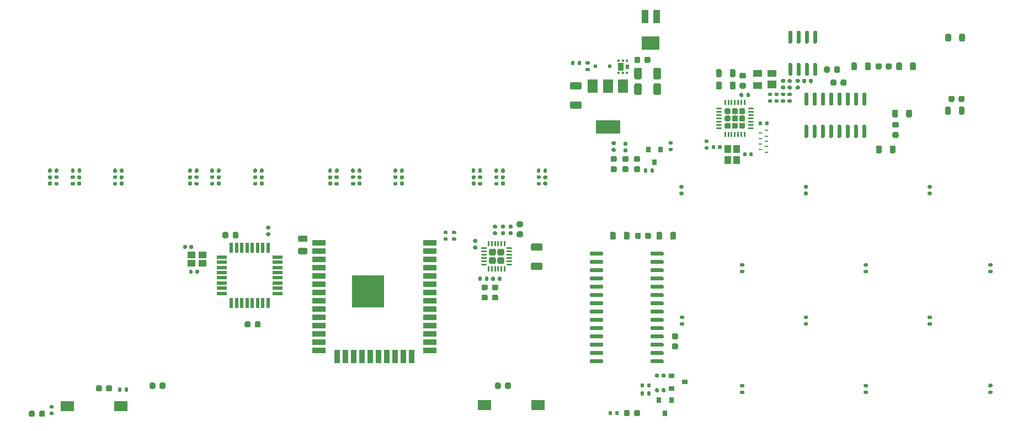
<source format=gbr>
%TF.GenerationSoftware,KiCad,Pcbnew,(5.1.7)-1*%
%TF.CreationDate,2020-11-15T19:07:40-05:00*%
%TF.ProjectId,Console,436f6e73-6f6c-4652-9e6b-696361645f70,rev?*%
%TF.SameCoordinates,Original*%
%TF.FileFunction,Paste,Top*%
%TF.FilePolarity,Positive*%
%FSLAX46Y46*%
G04 Gerber Fmt 4.6, Leading zero omitted, Abs format (unit mm)*
G04 Created by KiCad (PCBNEW (5.1.7)-1) date 2020-11-15 19:07:40*
%MOMM*%
%LPD*%
G01*
G04 APERTURE LIST*
%ADD10R,1.500000X2.000000*%
%ADD11R,3.800000X2.000000*%
%ADD12R,0.600000X0.200000*%
%ADD13R,2.000000X0.900000*%
%ADD14R,0.900000X2.000000*%
%ADD15R,5.000000X5.000000*%
%ADD16R,1.000000X1.200000*%
%ADD17R,1.200000X1.000000*%
%ADD18R,1.600000X0.550000*%
%ADD19R,0.550000X1.600000*%
%ADD20R,0.480000X0.800000*%
%ADD21R,0.950000X1.150000*%
%ADD22R,0.400000X0.425000*%
%ADD23R,2.000000X1.500000*%
%ADD24R,0.800000X0.900000*%
%ADD25R,0.900000X0.800000*%
%ADD26R,1.000000X2.000000*%
%ADD27R,2.800000X2.000000*%
%ADD28R,0.500000X0.500000*%
%ADD29R,1.400000X1.000000*%
%ADD30R,1.400000X1.200000*%
G04 APERTURE END LIST*
%TO.C,R69*%
G36*
G01*
X136035000Y-102240000D02*
X136405000Y-102240000D01*
G75*
G02*
X136540000Y-102375000I0J-135000D01*
G01*
X136540000Y-102645000D01*
G75*
G02*
X136405000Y-102780000I-135000J0D01*
G01*
X136035000Y-102780000D01*
G75*
G02*
X135900000Y-102645000I0J135000D01*
G01*
X135900000Y-102375000D01*
G75*
G02*
X136035000Y-102240000I135000J0D01*
G01*
G37*
G36*
G01*
X136035000Y-101220000D02*
X136405000Y-101220000D01*
G75*
G02*
X136540000Y-101355000I0J-135000D01*
G01*
X136540000Y-101625000D01*
G75*
G02*
X136405000Y-101760000I-135000J0D01*
G01*
X136035000Y-101760000D01*
G75*
G02*
X135900000Y-101625000I0J135000D01*
G01*
X135900000Y-101355000D01*
G75*
G02*
X136035000Y-101220000I135000J0D01*
G01*
G37*
%TD*%
%TO.C,R68*%
G36*
G01*
X137315000Y-102240000D02*
X137685000Y-102240000D01*
G75*
G02*
X137820000Y-102375000I0J-135000D01*
G01*
X137820000Y-102645000D01*
G75*
G02*
X137685000Y-102780000I-135000J0D01*
G01*
X137315000Y-102780000D01*
G75*
G02*
X137180000Y-102645000I0J135000D01*
G01*
X137180000Y-102375000D01*
G75*
G02*
X137315000Y-102240000I135000J0D01*
G01*
G37*
G36*
G01*
X137315000Y-101220000D02*
X137685000Y-101220000D01*
G75*
G02*
X137820000Y-101355000I0J-135000D01*
G01*
X137820000Y-101625000D01*
G75*
G02*
X137685000Y-101760000I-135000J0D01*
G01*
X137315000Y-101760000D01*
G75*
G02*
X137180000Y-101625000I0J135000D01*
G01*
X137180000Y-101355000D01*
G75*
G02*
X137315000Y-101220000I135000J0D01*
G01*
G37*
%TD*%
%TO.C,R33*%
G36*
G01*
X162240000Y-129385000D02*
X162240000Y-129015000D01*
G75*
G02*
X162375000Y-128880000I135000J0D01*
G01*
X162645000Y-128880000D01*
G75*
G02*
X162780000Y-129015000I0J-135000D01*
G01*
X162780000Y-129385000D01*
G75*
G02*
X162645000Y-129520000I-135000J0D01*
G01*
X162375000Y-129520000D01*
G75*
G02*
X162240000Y-129385000I0J135000D01*
G01*
G37*
G36*
G01*
X161220000Y-129385000D02*
X161220000Y-129015000D01*
G75*
G02*
X161355000Y-128880000I135000J0D01*
G01*
X161625000Y-128880000D01*
G75*
G02*
X161760000Y-129015000I0J-135000D01*
G01*
X161760000Y-129385000D01*
G75*
G02*
X161625000Y-129520000I-135000J0D01*
G01*
X161355000Y-129520000D01*
G75*
G02*
X161220000Y-129385000I0J135000D01*
G01*
G37*
%TD*%
%TO.C,D17*%
G36*
G01*
X164450000Y-128943750D02*
X164450000Y-129456250D01*
G75*
G02*
X164231250Y-129675000I-218750J0D01*
G01*
X163793750Y-129675000D01*
G75*
G02*
X163575000Y-129456250I0J218750D01*
G01*
X163575000Y-128943750D01*
G75*
G02*
X163793750Y-128725000I218750J0D01*
G01*
X164231250Y-128725000D01*
G75*
G02*
X164450000Y-128943750I0J-218750D01*
G01*
G37*
G36*
G01*
X166025000Y-128943750D02*
X166025000Y-129456250D01*
G75*
G02*
X165806250Y-129675000I-218750J0D01*
G01*
X165368750Y-129675000D01*
G75*
G02*
X165150000Y-129456250I0J218750D01*
G01*
X165150000Y-128943750D01*
G75*
G02*
X165368750Y-128725000I218750J0D01*
G01*
X165806250Y-128725000D01*
G75*
G02*
X166025000Y-128943750I0J-218750D01*
G01*
G37*
%TD*%
%TO.C,R32*%
G36*
G01*
X191510000Y-78065000D02*
X191510000Y-78435000D01*
G75*
G02*
X191375000Y-78570000I-135000J0D01*
G01*
X191105000Y-78570000D01*
G75*
G02*
X190970000Y-78435000I0J135000D01*
G01*
X190970000Y-78065000D01*
G75*
G02*
X191105000Y-77930000I135000J0D01*
G01*
X191375000Y-77930000D01*
G75*
G02*
X191510000Y-78065000I0J-135000D01*
G01*
G37*
G36*
G01*
X192530000Y-78065000D02*
X192530000Y-78435000D01*
G75*
G02*
X192395000Y-78570000I-135000J0D01*
G01*
X192125000Y-78570000D01*
G75*
G02*
X191990000Y-78435000I0J135000D01*
G01*
X191990000Y-78065000D01*
G75*
G02*
X192125000Y-77930000I135000J0D01*
G01*
X192395000Y-77930000D01*
G75*
G02*
X192530000Y-78065000I0J-135000D01*
G01*
G37*
%TD*%
%TO.C,U4*%
G36*
G01*
X192755000Y-75500000D02*
X193055000Y-75500000D01*
G75*
G02*
X193205000Y-75650000I0J-150000D01*
G01*
X193205000Y-77300000D01*
G75*
G02*
X193055000Y-77450000I-150000J0D01*
G01*
X192755000Y-77450000D01*
G75*
G02*
X192605000Y-77300000I0J150000D01*
G01*
X192605000Y-75650000D01*
G75*
G02*
X192755000Y-75500000I150000J0D01*
G01*
G37*
G36*
G01*
X191485000Y-75500000D02*
X191785000Y-75500000D01*
G75*
G02*
X191935000Y-75650000I0J-150000D01*
G01*
X191935000Y-77300000D01*
G75*
G02*
X191785000Y-77450000I-150000J0D01*
G01*
X191485000Y-77450000D01*
G75*
G02*
X191335000Y-77300000I0J150000D01*
G01*
X191335000Y-75650000D01*
G75*
G02*
X191485000Y-75500000I150000J0D01*
G01*
G37*
G36*
G01*
X190215000Y-75500000D02*
X190515000Y-75500000D01*
G75*
G02*
X190665000Y-75650000I0J-150000D01*
G01*
X190665000Y-77300000D01*
G75*
G02*
X190515000Y-77450000I-150000J0D01*
G01*
X190215000Y-77450000D01*
G75*
G02*
X190065000Y-77300000I0J150000D01*
G01*
X190065000Y-75650000D01*
G75*
G02*
X190215000Y-75500000I150000J0D01*
G01*
G37*
G36*
G01*
X188945000Y-75500000D02*
X189245000Y-75500000D01*
G75*
G02*
X189395000Y-75650000I0J-150000D01*
G01*
X189395000Y-77300000D01*
G75*
G02*
X189245000Y-77450000I-150000J0D01*
G01*
X188945000Y-77450000D01*
G75*
G02*
X188795000Y-77300000I0J150000D01*
G01*
X188795000Y-75650000D01*
G75*
G02*
X188945000Y-75500000I150000J0D01*
G01*
G37*
G36*
G01*
X188945000Y-70550000D02*
X189245000Y-70550000D01*
G75*
G02*
X189395000Y-70700000I0J-150000D01*
G01*
X189395000Y-72350000D01*
G75*
G02*
X189245000Y-72500000I-150000J0D01*
G01*
X188945000Y-72500000D01*
G75*
G02*
X188795000Y-72350000I0J150000D01*
G01*
X188795000Y-70700000D01*
G75*
G02*
X188945000Y-70550000I150000J0D01*
G01*
G37*
G36*
G01*
X190215000Y-70550000D02*
X190515000Y-70550000D01*
G75*
G02*
X190665000Y-70700000I0J-150000D01*
G01*
X190665000Y-72350000D01*
G75*
G02*
X190515000Y-72500000I-150000J0D01*
G01*
X190215000Y-72500000D01*
G75*
G02*
X190065000Y-72350000I0J150000D01*
G01*
X190065000Y-70700000D01*
G75*
G02*
X190215000Y-70550000I150000J0D01*
G01*
G37*
G36*
G01*
X191485000Y-70550000D02*
X191785000Y-70550000D01*
G75*
G02*
X191935000Y-70700000I0J-150000D01*
G01*
X191935000Y-72350000D01*
G75*
G02*
X191785000Y-72500000I-150000J0D01*
G01*
X191485000Y-72500000D01*
G75*
G02*
X191335000Y-72350000I0J150000D01*
G01*
X191335000Y-70700000D01*
G75*
G02*
X191485000Y-70550000I150000J0D01*
G01*
G37*
G36*
G01*
X192755000Y-70550000D02*
X193055000Y-70550000D01*
G75*
G02*
X193205000Y-70700000I0J-150000D01*
G01*
X193205000Y-72350000D01*
G75*
G02*
X193055000Y-72500000I-150000J0D01*
G01*
X192755000Y-72500000D01*
G75*
G02*
X192605000Y-72350000I0J150000D01*
G01*
X192605000Y-70700000D01*
G75*
G02*
X192755000Y-70550000I150000J0D01*
G01*
G37*
%TD*%
%TO.C,R14*%
G36*
G01*
X190435000Y-78500000D02*
X190065000Y-78500000D01*
G75*
G02*
X189930000Y-78365000I0J135000D01*
G01*
X189930000Y-78095000D01*
G75*
G02*
X190065000Y-77960000I135000J0D01*
G01*
X190435000Y-77960000D01*
G75*
G02*
X190570000Y-78095000I0J-135000D01*
G01*
X190570000Y-78365000D01*
G75*
G02*
X190435000Y-78500000I-135000J0D01*
G01*
G37*
G36*
G01*
X190435000Y-79520000D02*
X190065000Y-79520000D01*
G75*
G02*
X189930000Y-79385000I0J135000D01*
G01*
X189930000Y-79115000D01*
G75*
G02*
X190065000Y-78980000I135000J0D01*
G01*
X190435000Y-78980000D01*
G75*
G02*
X190570000Y-79115000I0J-135000D01*
G01*
X190570000Y-79385000D01*
G75*
G02*
X190435000Y-79520000I-135000J0D01*
G01*
G37*
%TD*%
%TO.C,R13*%
G36*
G01*
X188815000Y-78990000D02*
X189185000Y-78990000D01*
G75*
G02*
X189320000Y-79125000I0J-135000D01*
G01*
X189320000Y-79395000D01*
G75*
G02*
X189185000Y-79530000I-135000J0D01*
G01*
X188815000Y-79530000D01*
G75*
G02*
X188680000Y-79395000I0J135000D01*
G01*
X188680000Y-79125000D01*
G75*
G02*
X188815000Y-78990000I135000J0D01*
G01*
G37*
G36*
G01*
X188815000Y-77970000D02*
X189185000Y-77970000D01*
G75*
G02*
X189320000Y-78105000I0J-135000D01*
G01*
X189320000Y-78375000D01*
G75*
G02*
X189185000Y-78510000I-135000J0D01*
G01*
X188815000Y-78510000D01*
G75*
G02*
X188680000Y-78375000I0J135000D01*
G01*
X188680000Y-78105000D01*
G75*
G02*
X188815000Y-77970000I135000J0D01*
G01*
G37*
%TD*%
%TO.C,R12*%
G36*
G01*
X187815000Y-78980000D02*
X188185000Y-78980000D01*
G75*
G02*
X188320000Y-79115000I0J-135000D01*
G01*
X188320000Y-79385000D01*
G75*
G02*
X188185000Y-79520000I-135000J0D01*
G01*
X187815000Y-79520000D01*
G75*
G02*
X187680000Y-79385000I0J135000D01*
G01*
X187680000Y-79115000D01*
G75*
G02*
X187815000Y-78980000I135000J0D01*
G01*
G37*
G36*
G01*
X187815000Y-77960000D02*
X188185000Y-77960000D01*
G75*
G02*
X188320000Y-78095000I0J-135000D01*
G01*
X188320000Y-78365000D01*
G75*
G02*
X188185000Y-78500000I-135000J0D01*
G01*
X187815000Y-78500000D01*
G75*
G02*
X187680000Y-78365000I0J135000D01*
G01*
X187680000Y-78095000D01*
G75*
G02*
X187815000Y-77960000I135000J0D01*
G01*
G37*
%TD*%
%TO.C,C23*%
G36*
G01*
X196175000Y-78250000D02*
X196175000Y-78750000D01*
G75*
G02*
X195950000Y-78975000I-225000J0D01*
G01*
X195500000Y-78975000D01*
G75*
G02*
X195275000Y-78750000I0J225000D01*
G01*
X195275000Y-78250000D01*
G75*
G02*
X195500000Y-78025000I225000J0D01*
G01*
X195950000Y-78025000D01*
G75*
G02*
X196175000Y-78250000I0J-225000D01*
G01*
G37*
G36*
G01*
X197725000Y-78250000D02*
X197725000Y-78750000D01*
G75*
G02*
X197500000Y-78975000I-225000J0D01*
G01*
X197050000Y-78975000D01*
G75*
G02*
X196825000Y-78750000I0J225000D01*
G01*
X196825000Y-78250000D01*
G75*
G02*
X197050000Y-78025000I225000J0D01*
G01*
X197500000Y-78025000D01*
G75*
G02*
X197725000Y-78250000I0J-225000D01*
G01*
G37*
%TD*%
%TO.C,C20*%
G36*
G01*
X195175000Y-76250000D02*
X195175000Y-76750000D01*
G75*
G02*
X194950000Y-76975000I-225000J0D01*
G01*
X194500000Y-76975000D01*
G75*
G02*
X194275000Y-76750000I0J225000D01*
G01*
X194275000Y-76250000D01*
G75*
G02*
X194500000Y-76025000I225000J0D01*
G01*
X194950000Y-76025000D01*
G75*
G02*
X195175000Y-76250000I0J-225000D01*
G01*
G37*
G36*
G01*
X196725000Y-76250000D02*
X196725000Y-76750000D01*
G75*
G02*
X196500000Y-76975000I-225000J0D01*
G01*
X196050000Y-76975000D01*
G75*
G02*
X195825000Y-76750000I0J225000D01*
G01*
X195825000Y-76250000D01*
G75*
G02*
X196050000Y-76025000I225000J0D01*
G01*
X196500000Y-76025000D01*
G75*
G02*
X196725000Y-76250000I0J-225000D01*
G01*
G37*
%TD*%
D10*
%TO.C,U8*%
X163400000Y-79000000D03*
X158800000Y-79000000D03*
X161100000Y-79000000D03*
D11*
X161100000Y-85300000D03*
%TD*%
%TO.C,C28*%
G36*
G01*
X150850001Y-104300000D02*
X149549999Y-104300000D01*
G75*
G02*
X149300000Y-104050001I0J249999D01*
G01*
X149300000Y-103399999D01*
G75*
G02*
X149549999Y-103150000I249999J0D01*
G01*
X150850001Y-103150000D01*
G75*
G02*
X151100000Y-103399999I0J-249999D01*
G01*
X151100000Y-104050001D01*
G75*
G02*
X150850001Y-104300000I-249999J0D01*
G01*
G37*
G36*
G01*
X150850001Y-107250000D02*
X149549999Y-107250000D01*
G75*
G02*
X149300000Y-107000001I0J249999D01*
G01*
X149300000Y-106349999D01*
G75*
G02*
X149549999Y-106100000I249999J0D01*
G01*
X150850001Y-106100000D01*
G75*
G02*
X151100000Y-106349999I0J-249999D01*
G01*
X151100000Y-107000001D01*
G75*
G02*
X150850001Y-107250000I-249999J0D01*
G01*
G37*
%TD*%
%TO.C,R26*%
G36*
G01*
X167640000Y-92185000D02*
X167640000Y-91815000D01*
G75*
G02*
X167775000Y-91680000I135000J0D01*
G01*
X168045000Y-91680000D01*
G75*
G02*
X168180000Y-91815000I0J-135000D01*
G01*
X168180000Y-92185000D01*
G75*
G02*
X168045000Y-92320000I-135000J0D01*
G01*
X167775000Y-92320000D01*
G75*
G02*
X167640000Y-92185000I0J135000D01*
G01*
G37*
G36*
G01*
X166620000Y-92185000D02*
X166620000Y-91815000D01*
G75*
G02*
X166755000Y-91680000I135000J0D01*
G01*
X167025000Y-91680000D01*
G75*
G02*
X167160000Y-91815000I0J-135000D01*
G01*
X167160000Y-92185000D01*
G75*
G02*
X167025000Y-92320000I-135000J0D01*
G01*
X166755000Y-92320000D01*
G75*
G02*
X166620000Y-92185000I0J135000D01*
G01*
G37*
%TD*%
%TO.C,R25*%
G36*
G01*
X163985000Y-88160000D02*
X163615000Y-88160000D01*
G75*
G02*
X163480000Y-88025000I0J135000D01*
G01*
X163480000Y-87755000D01*
G75*
G02*
X163615000Y-87620000I135000J0D01*
G01*
X163985000Y-87620000D01*
G75*
G02*
X164120000Y-87755000I0J-135000D01*
G01*
X164120000Y-88025000D01*
G75*
G02*
X163985000Y-88160000I-135000J0D01*
G01*
G37*
G36*
G01*
X163985000Y-89180000D02*
X163615000Y-89180000D01*
G75*
G02*
X163480000Y-89045000I0J135000D01*
G01*
X163480000Y-88775000D01*
G75*
G02*
X163615000Y-88640000I135000J0D01*
G01*
X163985000Y-88640000D01*
G75*
G02*
X164120000Y-88775000I0J-135000D01*
G01*
X164120000Y-89045000D01*
G75*
G02*
X163985000Y-89180000I-135000J0D01*
G01*
G37*
%TD*%
%TO.C,R24*%
G36*
G01*
X162185000Y-88070000D02*
X161815000Y-88070000D01*
G75*
G02*
X161680000Y-87935000I0J135000D01*
G01*
X161680000Y-87665000D01*
G75*
G02*
X161815000Y-87530000I135000J0D01*
G01*
X162185000Y-87530000D01*
G75*
G02*
X162320000Y-87665000I0J-135000D01*
G01*
X162320000Y-87935000D01*
G75*
G02*
X162185000Y-88070000I-135000J0D01*
G01*
G37*
G36*
G01*
X162185000Y-89090000D02*
X161815000Y-89090000D01*
G75*
G02*
X161680000Y-88955000I0J135000D01*
G01*
X161680000Y-88685000D01*
G75*
G02*
X161815000Y-88550000I135000J0D01*
G01*
X162185000Y-88550000D01*
G75*
G02*
X162320000Y-88685000I0J-135000D01*
G01*
X162320000Y-88955000D01*
G75*
G02*
X162185000Y-89090000I-135000J0D01*
G01*
G37*
%TD*%
%TO.C,D16*%
G36*
G01*
X165343750Y-91350000D02*
X165856250Y-91350000D01*
G75*
G02*
X166075000Y-91568750I0J-218750D01*
G01*
X166075000Y-92006250D01*
G75*
G02*
X165856250Y-92225000I-218750J0D01*
G01*
X165343750Y-92225000D01*
G75*
G02*
X165125000Y-92006250I0J218750D01*
G01*
X165125000Y-91568750D01*
G75*
G02*
X165343750Y-91350000I218750J0D01*
G01*
G37*
G36*
G01*
X165343750Y-89775000D02*
X165856250Y-89775000D01*
G75*
G02*
X166075000Y-89993750I0J-218750D01*
G01*
X166075000Y-90431250D01*
G75*
G02*
X165856250Y-90650000I-218750J0D01*
G01*
X165343750Y-90650000D01*
G75*
G02*
X165125000Y-90431250I0J218750D01*
G01*
X165125000Y-89993750D01*
G75*
G02*
X165343750Y-89775000I218750J0D01*
G01*
G37*
%TD*%
%TO.C,D15*%
G36*
G01*
X164056250Y-90650000D02*
X163543750Y-90650000D01*
G75*
G02*
X163325000Y-90431250I0J218750D01*
G01*
X163325000Y-89993750D01*
G75*
G02*
X163543750Y-89775000I218750J0D01*
G01*
X164056250Y-89775000D01*
G75*
G02*
X164275000Y-89993750I0J-218750D01*
G01*
X164275000Y-90431250D01*
G75*
G02*
X164056250Y-90650000I-218750J0D01*
G01*
G37*
G36*
G01*
X164056250Y-92225000D02*
X163543750Y-92225000D01*
G75*
G02*
X163325000Y-92006250I0J218750D01*
G01*
X163325000Y-91568750D01*
G75*
G02*
X163543750Y-91350000I218750J0D01*
G01*
X164056250Y-91350000D01*
G75*
G02*
X164275000Y-91568750I0J-218750D01*
G01*
X164275000Y-92006250D01*
G75*
G02*
X164056250Y-92225000I-218750J0D01*
G01*
G37*
%TD*%
%TO.C,D13*%
G36*
G01*
X162256250Y-90650000D02*
X161743750Y-90650000D01*
G75*
G02*
X161525000Y-90431250I0J218750D01*
G01*
X161525000Y-89993750D01*
G75*
G02*
X161743750Y-89775000I218750J0D01*
G01*
X162256250Y-89775000D01*
G75*
G02*
X162475000Y-89993750I0J-218750D01*
G01*
X162475000Y-90431250D01*
G75*
G02*
X162256250Y-90650000I-218750J0D01*
G01*
G37*
G36*
G01*
X162256250Y-92225000D02*
X161743750Y-92225000D01*
G75*
G02*
X161525000Y-92006250I0J218750D01*
G01*
X161525000Y-91568750D01*
G75*
G02*
X161743750Y-91350000I218750J0D01*
G01*
X162256250Y-91350000D01*
G75*
G02*
X162475000Y-91568750I0J-218750D01*
G01*
X162475000Y-92006250D01*
G75*
G02*
X162256250Y-92225000I-218750J0D01*
G01*
G37*
%TD*%
%TO.C,R47*%
G36*
G01*
X122740000Y-92185000D02*
X122740000Y-91815000D01*
G75*
G02*
X122875000Y-91680000I135000J0D01*
G01*
X123145000Y-91680000D01*
G75*
G02*
X123280000Y-91815000I0J-135000D01*
G01*
X123280000Y-92185000D01*
G75*
G02*
X123145000Y-92320000I-135000J0D01*
G01*
X122875000Y-92320000D01*
G75*
G02*
X122740000Y-92185000I0J135000D01*
G01*
G37*
G36*
G01*
X121720000Y-92185000D02*
X121720000Y-91815000D01*
G75*
G02*
X121855000Y-91680000I135000J0D01*
G01*
X122125000Y-91680000D01*
G75*
G02*
X122260000Y-91815000I0J-135000D01*
G01*
X122260000Y-92185000D01*
G75*
G02*
X122125000Y-92320000I-135000J0D01*
G01*
X121855000Y-92320000D01*
G75*
G02*
X121720000Y-92185000I0J135000D01*
G01*
G37*
%TD*%
%TO.C,U5*%
G36*
G01*
X191705000Y-82000000D02*
X191405000Y-82000000D01*
G75*
G02*
X191255000Y-81850000I0J150000D01*
G01*
X191255000Y-80200000D01*
G75*
G02*
X191405000Y-80050000I150000J0D01*
G01*
X191705000Y-80050000D01*
G75*
G02*
X191855000Y-80200000I0J-150000D01*
G01*
X191855000Y-81850000D01*
G75*
G02*
X191705000Y-82000000I-150000J0D01*
G01*
G37*
G36*
G01*
X192975000Y-82000000D02*
X192675000Y-82000000D01*
G75*
G02*
X192525000Y-81850000I0J150000D01*
G01*
X192525000Y-80200000D01*
G75*
G02*
X192675000Y-80050000I150000J0D01*
G01*
X192975000Y-80050000D01*
G75*
G02*
X193125000Y-80200000I0J-150000D01*
G01*
X193125000Y-81850000D01*
G75*
G02*
X192975000Y-82000000I-150000J0D01*
G01*
G37*
G36*
G01*
X194245000Y-82000000D02*
X193945000Y-82000000D01*
G75*
G02*
X193795000Y-81850000I0J150000D01*
G01*
X193795000Y-80200000D01*
G75*
G02*
X193945000Y-80050000I150000J0D01*
G01*
X194245000Y-80050000D01*
G75*
G02*
X194395000Y-80200000I0J-150000D01*
G01*
X194395000Y-81850000D01*
G75*
G02*
X194245000Y-82000000I-150000J0D01*
G01*
G37*
G36*
G01*
X195515000Y-82000000D02*
X195215000Y-82000000D01*
G75*
G02*
X195065000Y-81850000I0J150000D01*
G01*
X195065000Y-80200000D01*
G75*
G02*
X195215000Y-80050000I150000J0D01*
G01*
X195515000Y-80050000D01*
G75*
G02*
X195665000Y-80200000I0J-150000D01*
G01*
X195665000Y-81850000D01*
G75*
G02*
X195515000Y-82000000I-150000J0D01*
G01*
G37*
G36*
G01*
X196785000Y-82000000D02*
X196485000Y-82000000D01*
G75*
G02*
X196335000Y-81850000I0J150000D01*
G01*
X196335000Y-80200000D01*
G75*
G02*
X196485000Y-80050000I150000J0D01*
G01*
X196785000Y-80050000D01*
G75*
G02*
X196935000Y-80200000I0J-150000D01*
G01*
X196935000Y-81850000D01*
G75*
G02*
X196785000Y-82000000I-150000J0D01*
G01*
G37*
G36*
G01*
X198055000Y-82000000D02*
X197755000Y-82000000D01*
G75*
G02*
X197605000Y-81850000I0J150000D01*
G01*
X197605000Y-80200000D01*
G75*
G02*
X197755000Y-80050000I150000J0D01*
G01*
X198055000Y-80050000D01*
G75*
G02*
X198205000Y-80200000I0J-150000D01*
G01*
X198205000Y-81850000D01*
G75*
G02*
X198055000Y-82000000I-150000J0D01*
G01*
G37*
G36*
G01*
X199325000Y-82000000D02*
X199025000Y-82000000D01*
G75*
G02*
X198875000Y-81850000I0J150000D01*
G01*
X198875000Y-80200000D01*
G75*
G02*
X199025000Y-80050000I150000J0D01*
G01*
X199325000Y-80050000D01*
G75*
G02*
X199475000Y-80200000I0J-150000D01*
G01*
X199475000Y-81850000D01*
G75*
G02*
X199325000Y-82000000I-150000J0D01*
G01*
G37*
G36*
G01*
X200595000Y-82000000D02*
X200295000Y-82000000D01*
G75*
G02*
X200145000Y-81850000I0J150000D01*
G01*
X200145000Y-80200000D01*
G75*
G02*
X200295000Y-80050000I150000J0D01*
G01*
X200595000Y-80050000D01*
G75*
G02*
X200745000Y-80200000I0J-150000D01*
G01*
X200745000Y-81850000D01*
G75*
G02*
X200595000Y-82000000I-150000J0D01*
G01*
G37*
G36*
G01*
X200595000Y-86950000D02*
X200295000Y-86950000D01*
G75*
G02*
X200145000Y-86800000I0J150000D01*
G01*
X200145000Y-85150000D01*
G75*
G02*
X200295000Y-85000000I150000J0D01*
G01*
X200595000Y-85000000D01*
G75*
G02*
X200745000Y-85150000I0J-150000D01*
G01*
X200745000Y-86800000D01*
G75*
G02*
X200595000Y-86950000I-150000J0D01*
G01*
G37*
G36*
G01*
X199325000Y-86950000D02*
X199025000Y-86950000D01*
G75*
G02*
X198875000Y-86800000I0J150000D01*
G01*
X198875000Y-85150000D01*
G75*
G02*
X199025000Y-85000000I150000J0D01*
G01*
X199325000Y-85000000D01*
G75*
G02*
X199475000Y-85150000I0J-150000D01*
G01*
X199475000Y-86800000D01*
G75*
G02*
X199325000Y-86950000I-150000J0D01*
G01*
G37*
G36*
G01*
X198055000Y-86950000D02*
X197755000Y-86950000D01*
G75*
G02*
X197605000Y-86800000I0J150000D01*
G01*
X197605000Y-85150000D01*
G75*
G02*
X197755000Y-85000000I150000J0D01*
G01*
X198055000Y-85000000D01*
G75*
G02*
X198205000Y-85150000I0J-150000D01*
G01*
X198205000Y-86800000D01*
G75*
G02*
X198055000Y-86950000I-150000J0D01*
G01*
G37*
G36*
G01*
X196785000Y-86950000D02*
X196485000Y-86950000D01*
G75*
G02*
X196335000Y-86800000I0J150000D01*
G01*
X196335000Y-85150000D01*
G75*
G02*
X196485000Y-85000000I150000J0D01*
G01*
X196785000Y-85000000D01*
G75*
G02*
X196935000Y-85150000I0J-150000D01*
G01*
X196935000Y-86800000D01*
G75*
G02*
X196785000Y-86950000I-150000J0D01*
G01*
G37*
G36*
G01*
X195515000Y-86950000D02*
X195215000Y-86950000D01*
G75*
G02*
X195065000Y-86800000I0J150000D01*
G01*
X195065000Y-85150000D01*
G75*
G02*
X195215000Y-85000000I150000J0D01*
G01*
X195515000Y-85000000D01*
G75*
G02*
X195665000Y-85150000I0J-150000D01*
G01*
X195665000Y-86800000D01*
G75*
G02*
X195515000Y-86950000I-150000J0D01*
G01*
G37*
G36*
G01*
X194245000Y-86950000D02*
X193945000Y-86950000D01*
G75*
G02*
X193795000Y-86800000I0J150000D01*
G01*
X193795000Y-85150000D01*
G75*
G02*
X193945000Y-85000000I150000J0D01*
G01*
X194245000Y-85000000D01*
G75*
G02*
X194395000Y-85150000I0J-150000D01*
G01*
X194395000Y-86800000D01*
G75*
G02*
X194245000Y-86950000I-150000J0D01*
G01*
G37*
G36*
G01*
X192975000Y-86950000D02*
X192675000Y-86950000D01*
G75*
G02*
X192525000Y-86800000I0J150000D01*
G01*
X192525000Y-85150000D01*
G75*
G02*
X192675000Y-85000000I150000J0D01*
G01*
X192975000Y-85000000D01*
G75*
G02*
X193125000Y-85150000I0J-150000D01*
G01*
X193125000Y-86800000D01*
G75*
G02*
X192975000Y-86950000I-150000J0D01*
G01*
G37*
G36*
G01*
X191705000Y-86950000D02*
X191405000Y-86950000D01*
G75*
G02*
X191255000Y-86800000I0J150000D01*
G01*
X191255000Y-85150000D01*
G75*
G02*
X191405000Y-85000000I150000J0D01*
G01*
X191705000Y-85000000D01*
G75*
G02*
X191855000Y-85150000I0J-150000D01*
G01*
X191855000Y-86800000D01*
G75*
G02*
X191705000Y-86950000I-150000J0D01*
G01*
G37*
%TD*%
D12*
%TO.C,D9*%
X184525000Y-88800000D03*
X184525000Y-87900000D03*
X184525000Y-87100000D03*
X184525000Y-86200000D03*
X185475000Y-85800000D03*
X185475000Y-86700000D03*
X185475000Y-87500000D03*
X185475000Y-88300000D03*
X185475000Y-89200000D03*
%TD*%
%TO.C,C5*%
G36*
G01*
X171650000Y-117875000D02*
X171150000Y-117875000D01*
G75*
G02*
X170925000Y-117650000I0J225000D01*
G01*
X170925000Y-117200000D01*
G75*
G02*
X171150000Y-116975000I225000J0D01*
G01*
X171650000Y-116975000D01*
G75*
G02*
X171875000Y-117200000I0J-225000D01*
G01*
X171875000Y-117650000D01*
G75*
G02*
X171650000Y-117875000I-225000J0D01*
G01*
G37*
G36*
G01*
X171650000Y-119425000D02*
X171150000Y-119425000D01*
G75*
G02*
X170925000Y-119200000I0J225000D01*
G01*
X170925000Y-118750000D01*
G75*
G02*
X171150000Y-118525000I225000J0D01*
G01*
X171650000Y-118525000D01*
G75*
G02*
X171875000Y-118750000I0J-225000D01*
G01*
X171875000Y-119200000D01*
G75*
G02*
X171650000Y-119425000I-225000J0D01*
G01*
G37*
%TD*%
D13*
%TO.C,U9*%
X133800000Y-103045000D03*
X133800000Y-104315000D03*
X133800000Y-105585000D03*
X133800000Y-106855000D03*
X133800000Y-108125000D03*
X133800000Y-109395000D03*
X133800000Y-110665000D03*
X133800000Y-111935000D03*
X133800000Y-113205000D03*
X133800000Y-114475000D03*
X133800000Y-115745000D03*
X133800000Y-117015000D03*
X133800000Y-118285000D03*
X133800000Y-119555000D03*
D14*
X131015000Y-120555000D03*
X129745000Y-120555000D03*
X128475000Y-120555000D03*
X127205000Y-120555000D03*
X125935000Y-120555000D03*
X124665000Y-120555000D03*
X123395000Y-120555000D03*
X122125000Y-120555000D03*
X120855000Y-120555000D03*
X119585000Y-120555000D03*
D13*
X116800000Y-119555000D03*
X116800000Y-118285000D03*
X116800000Y-117015000D03*
X116800000Y-115745000D03*
X116800000Y-114475000D03*
X116800000Y-113205000D03*
X116800000Y-111935000D03*
X116800000Y-110665000D03*
X116800000Y-109395000D03*
X116800000Y-108125000D03*
X116800000Y-106855000D03*
X116800000Y-105585000D03*
X116800000Y-104315000D03*
X116800000Y-103045000D03*
D15*
X124300000Y-110545000D03*
%TD*%
%TO.C,R2*%
G36*
G01*
X108815000Y-101490000D02*
X109185000Y-101490000D01*
G75*
G02*
X109320000Y-101625000I0J-135000D01*
G01*
X109320000Y-101895000D01*
G75*
G02*
X109185000Y-102030000I-135000J0D01*
G01*
X108815000Y-102030000D01*
G75*
G02*
X108680000Y-101895000I0J135000D01*
G01*
X108680000Y-101625000D01*
G75*
G02*
X108815000Y-101490000I135000J0D01*
G01*
G37*
G36*
G01*
X108815000Y-100470000D02*
X109185000Y-100470000D01*
G75*
G02*
X109320000Y-100605000I0J-135000D01*
G01*
X109320000Y-100875000D01*
G75*
G02*
X109185000Y-101010000I-135000J0D01*
G01*
X108815000Y-101010000D01*
G75*
G02*
X108680000Y-100875000I0J135000D01*
G01*
X108680000Y-100605000D01*
G75*
G02*
X108815000Y-100470000I135000J0D01*
G01*
G37*
%TD*%
D16*
%TO.C,Y2*%
X180850000Y-90350000D03*
X179550000Y-90350000D03*
X179550000Y-88650000D03*
X180850000Y-88650000D03*
%TD*%
D17*
%TO.C,Y1*%
X97214999Y-106214999D03*
X97214999Y-104914999D03*
X98914999Y-104914999D03*
X98914999Y-106214999D03*
%TD*%
%TO.C,C4*%
G36*
G01*
X97800000Y-107670000D02*
X97800000Y-107330000D01*
G75*
G02*
X97940000Y-107190000I140000J0D01*
G01*
X98220000Y-107190000D01*
G75*
G02*
X98360000Y-107330000I0J-140000D01*
G01*
X98360000Y-107670000D01*
G75*
G02*
X98220000Y-107810000I-140000J0D01*
G01*
X97940000Y-107810000D01*
G75*
G02*
X97800000Y-107670000I0J140000D01*
G01*
G37*
G36*
G01*
X96840000Y-107670000D02*
X96840000Y-107330000D01*
G75*
G02*
X96980000Y-107190000I140000J0D01*
G01*
X97260000Y-107190000D01*
G75*
G02*
X97400000Y-107330000I0J-140000D01*
G01*
X97400000Y-107670000D01*
G75*
G02*
X97260000Y-107810000I-140000J0D01*
G01*
X96980000Y-107810000D01*
G75*
G02*
X96840000Y-107670000I0J140000D01*
G01*
G37*
%TD*%
%TO.C,C3*%
G36*
G01*
X96900000Y-103870000D02*
X96900000Y-103530000D01*
G75*
G02*
X97040000Y-103390000I140000J0D01*
G01*
X97320000Y-103390000D01*
G75*
G02*
X97460000Y-103530000I0J-140000D01*
G01*
X97460000Y-103870000D01*
G75*
G02*
X97320000Y-104010000I-140000J0D01*
G01*
X97040000Y-104010000D01*
G75*
G02*
X96900000Y-103870000I0J140000D01*
G01*
G37*
G36*
G01*
X95940000Y-103870000D02*
X95940000Y-103530000D01*
G75*
G02*
X96080000Y-103390000I140000J0D01*
G01*
X96360000Y-103390000D01*
G75*
G02*
X96500000Y-103530000I0J-140000D01*
G01*
X96500000Y-103870000D01*
G75*
G02*
X96360000Y-104010000I-140000J0D01*
G01*
X96080000Y-104010000D01*
G75*
G02*
X95940000Y-103870000I0J140000D01*
G01*
G37*
%TD*%
D18*
%TO.C,U1*%
X110400000Y-105250000D03*
X110400000Y-106050000D03*
X110400000Y-106850000D03*
X110400000Y-107650000D03*
X110400000Y-108450000D03*
X110400000Y-109250000D03*
X110400000Y-110050000D03*
X110400000Y-110850000D03*
D19*
X108950000Y-112300000D03*
X108150000Y-112300000D03*
X107350000Y-112300000D03*
X106550000Y-112300000D03*
X105750000Y-112300000D03*
X104950000Y-112300000D03*
X104150000Y-112300000D03*
X103350000Y-112300000D03*
D18*
X101900000Y-110850000D03*
X101900000Y-110050000D03*
X101900000Y-109250000D03*
X101900000Y-108450000D03*
X101900000Y-107650000D03*
X101900000Y-106850000D03*
X101900000Y-106050000D03*
X101900000Y-105250000D03*
D19*
X103350000Y-103800000D03*
X104150000Y-103800000D03*
X104950000Y-103800000D03*
X105750000Y-103800000D03*
X106550000Y-103800000D03*
X107350000Y-103800000D03*
X108150000Y-103800000D03*
X108950000Y-103800000D03*
%TD*%
%TO.C,R67*%
G36*
G01*
X188815000Y-81040000D02*
X189185000Y-81040000D01*
G75*
G02*
X189320000Y-81175000I0J-135000D01*
G01*
X189320000Y-81445000D01*
G75*
G02*
X189185000Y-81580000I-135000J0D01*
G01*
X188815000Y-81580000D01*
G75*
G02*
X188680000Y-81445000I0J135000D01*
G01*
X188680000Y-81175000D01*
G75*
G02*
X188815000Y-81040000I135000J0D01*
G01*
G37*
G36*
G01*
X188815000Y-80020000D02*
X189185000Y-80020000D01*
G75*
G02*
X189320000Y-80155000I0J-135000D01*
G01*
X189320000Y-80425000D01*
G75*
G02*
X189185000Y-80560000I-135000J0D01*
G01*
X188815000Y-80560000D01*
G75*
G02*
X188680000Y-80425000I0J135000D01*
G01*
X188680000Y-80155000D01*
G75*
G02*
X188815000Y-80020000I135000J0D01*
G01*
G37*
%TD*%
%TO.C,R66*%
G36*
G01*
X187815000Y-81040000D02*
X188185000Y-81040000D01*
G75*
G02*
X188320000Y-81175000I0J-135000D01*
G01*
X188320000Y-81445000D01*
G75*
G02*
X188185000Y-81580000I-135000J0D01*
G01*
X187815000Y-81580000D01*
G75*
G02*
X187680000Y-81445000I0J135000D01*
G01*
X187680000Y-81175000D01*
G75*
G02*
X187815000Y-81040000I135000J0D01*
G01*
G37*
G36*
G01*
X187815000Y-80020000D02*
X188185000Y-80020000D01*
G75*
G02*
X188320000Y-80155000I0J-135000D01*
G01*
X188320000Y-80425000D01*
G75*
G02*
X188185000Y-80560000I-135000J0D01*
G01*
X187815000Y-80560000D01*
G75*
G02*
X187680000Y-80425000I0J135000D01*
G01*
X187680000Y-80155000D01*
G75*
G02*
X187815000Y-80020000I135000J0D01*
G01*
G37*
%TD*%
%TO.C,R65*%
G36*
G01*
X186815000Y-81040000D02*
X187185000Y-81040000D01*
G75*
G02*
X187320000Y-81175000I0J-135000D01*
G01*
X187320000Y-81445000D01*
G75*
G02*
X187185000Y-81580000I-135000J0D01*
G01*
X186815000Y-81580000D01*
G75*
G02*
X186680000Y-81445000I0J135000D01*
G01*
X186680000Y-81175000D01*
G75*
G02*
X186815000Y-81040000I135000J0D01*
G01*
G37*
G36*
G01*
X186815000Y-80020000D02*
X187185000Y-80020000D01*
G75*
G02*
X187320000Y-80155000I0J-135000D01*
G01*
X187320000Y-80425000D01*
G75*
G02*
X187185000Y-80560000I-135000J0D01*
G01*
X186815000Y-80560000D01*
G75*
G02*
X186680000Y-80425000I0J135000D01*
G01*
X186680000Y-80155000D01*
G75*
G02*
X186815000Y-80020000I135000J0D01*
G01*
G37*
%TD*%
%TO.C,R64*%
G36*
G01*
X185815000Y-81040000D02*
X186185000Y-81040000D01*
G75*
G02*
X186320000Y-81175000I0J-135000D01*
G01*
X186320000Y-81445000D01*
G75*
G02*
X186185000Y-81580000I-135000J0D01*
G01*
X185815000Y-81580000D01*
G75*
G02*
X185680000Y-81445000I0J135000D01*
G01*
X185680000Y-81175000D01*
G75*
G02*
X185815000Y-81040000I135000J0D01*
G01*
G37*
G36*
G01*
X185815000Y-80020000D02*
X186185000Y-80020000D01*
G75*
G02*
X186320000Y-80155000I0J-135000D01*
G01*
X186320000Y-80425000D01*
G75*
G02*
X186185000Y-80560000I-135000J0D01*
G01*
X185815000Y-80560000D01*
G75*
G02*
X185680000Y-80425000I0J135000D01*
G01*
X185680000Y-80155000D01*
G75*
G02*
X185815000Y-80020000I135000J0D01*
G01*
G37*
%TD*%
%TO.C,R63*%
G36*
G01*
X85685000Y-93260000D02*
X85315000Y-93260000D01*
G75*
G02*
X85180000Y-93125000I0J135000D01*
G01*
X85180000Y-92855000D01*
G75*
G02*
X85315000Y-92720000I135000J0D01*
G01*
X85685000Y-92720000D01*
G75*
G02*
X85820000Y-92855000I0J-135000D01*
G01*
X85820000Y-93125000D01*
G75*
G02*
X85685000Y-93260000I-135000J0D01*
G01*
G37*
G36*
G01*
X85685000Y-94280000D02*
X85315000Y-94280000D01*
G75*
G02*
X85180000Y-94145000I0J135000D01*
G01*
X85180000Y-93875000D01*
G75*
G02*
X85315000Y-93740000I135000J0D01*
G01*
X85685000Y-93740000D01*
G75*
G02*
X85820000Y-93875000I0J-135000D01*
G01*
X85820000Y-94145000D01*
G75*
G02*
X85685000Y-94280000I-135000J0D01*
G01*
G37*
%TD*%
%TO.C,R62*%
G36*
G01*
X85760000Y-91815000D02*
X85760000Y-92185000D01*
G75*
G02*
X85625000Y-92320000I-135000J0D01*
G01*
X85355000Y-92320000D01*
G75*
G02*
X85220000Y-92185000I0J135000D01*
G01*
X85220000Y-91815000D01*
G75*
G02*
X85355000Y-91680000I135000J0D01*
G01*
X85625000Y-91680000D01*
G75*
G02*
X85760000Y-91815000I0J-135000D01*
G01*
G37*
G36*
G01*
X86780000Y-91815000D02*
X86780000Y-92185000D01*
G75*
G02*
X86645000Y-92320000I-135000J0D01*
G01*
X86375000Y-92320000D01*
G75*
G02*
X86240000Y-92185000I0J135000D01*
G01*
X86240000Y-91815000D01*
G75*
G02*
X86375000Y-91680000I135000J0D01*
G01*
X86645000Y-91680000D01*
G75*
G02*
X86780000Y-91815000I0J-135000D01*
G01*
G37*
%TD*%
%TO.C,R61*%
G36*
G01*
X76315000Y-93740000D02*
X76685000Y-93740000D01*
G75*
G02*
X76820000Y-93875000I0J-135000D01*
G01*
X76820000Y-94145000D01*
G75*
G02*
X76685000Y-94280000I-135000J0D01*
G01*
X76315000Y-94280000D01*
G75*
G02*
X76180000Y-94145000I0J135000D01*
G01*
X76180000Y-93875000D01*
G75*
G02*
X76315000Y-93740000I135000J0D01*
G01*
G37*
G36*
G01*
X76315000Y-92720000D02*
X76685000Y-92720000D01*
G75*
G02*
X76820000Y-92855000I0J-135000D01*
G01*
X76820000Y-93125000D01*
G75*
G02*
X76685000Y-93260000I-135000J0D01*
G01*
X76315000Y-93260000D01*
G75*
G02*
X76180000Y-93125000I0J135000D01*
G01*
X76180000Y-92855000D01*
G75*
G02*
X76315000Y-92720000I135000J0D01*
G01*
G37*
%TD*%
%TO.C,R60*%
G36*
G01*
X78815000Y-93740000D02*
X79185000Y-93740000D01*
G75*
G02*
X79320000Y-93875000I0J-135000D01*
G01*
X79320000Y-94145000D01*
G75*
G02*
X79185000Y-94280000I-135000J0D01*
G01*
X78815000Y-94280000D01*
G75*
G02*
X78680000Y-94145000I0J135000D01*
G01*
X78680000Y-93875000D01*
G75*
G02*
X78815000Y-93740000I135000J0D01*
G01*
G37*
G36*
G01*
X78815000Y-92720000D02*
X79185000Y-92720000D01*
G75*
G02*
X79320000Y-92855000I0J-135000D01*
G01*
X79320000Y-93125000D01*
G75*
G02*
X79185000Y-93260000I-135000J0D01*
G01*
X78815000Y-93260000D01*
G75*
G02*
X78680000Y-93125000I0J135000D01*
G01*
X78680000Y-92855000D01*
G75*
G02*
X78815000Y-92720000I135000J0D01*
G01*
G37*
%TD*%
%TO.C,R59*%
G36*
G01*
X79740000Y-92185000D02*
X79740000Y-91815000D01*
G75*
G02*
X79875000Y-91680000I135000J0D01*
G01*
X80145000Y-91680000D01*
G75*
G02*
X80280000Y-91815000I0J-135000D01*
G01*
X80280000Y-92185000D01*
G75*
G02*
X80145000Y-92320000I-135000J0D01*
G01*
X79875000Y-92320000D01*
G75*
G02*
X79740000Y-92185000I0J135000D01*
G01*
G37*
G36*
G01*
X78720000Y-92185000D02*
X78720000Y-91815000D01*
G75*
G02*
X78855000Y-91680000I135000J0D01*
G01*
X79125000Y-91680000D01*
G75*
G02*
X79260000Y-91815000I0J-135000D01*
G01*
X79260000Y-92185000D01*
G75*
G02*
X79125000Y-92320000I-135000J0D01*
G01*
X78855000Y-92320000D01*
G75*
G02*
X78720000Y-92185000I0J135000D01*
G01*
G37*
%TD*%
%TO.C,R58*%
G36*
G01*
X75760000Y-91815000D02*
X75760000Y-92185000D01*
G75*
G02*
X75625000Y-92320000I-135000J0D01*
G01*
X75355000Y-92320000D01*
G75*
G02*
X75220000Y-92185000I0J135000D01*
G01*
X75220000Y-91815000D01*
G75*
G02*
X75355000Y-91680000I135000J0D01*
G01*
X75625000Y-91680000D01*
G75*
G02*
X75760000Y-91815000I0J-135000D01*
G01*
G37*
G36*
G01*
X76780000Y-91815000D02*
X76780000Y-92185000D01*
G75*
G02*
X76645000Y-92320000I-135000J0D01*
G01*
X76375000Y-92320000D01*
G75*
G02*
X76240000Y-92185000I0J135000D01*
G01*
X76240000Y-91815000D01*
G75*
G02*
X76375000Y-91680000I135000J0D01*
G01*
X76645000Y-91680000D01*
G75*
G02*
X76780000Y-91815000I0J-135000D01*
G01*
G37*
%TD*%
%TO.C,R57*%
G36*
G01*
X150685000Y-93260000D02*
X150315000Y-93260000D01*
G75*
G02*
X150180000Y-93125000I0J135000D01*
G01*
X150180000Y-92855000D01*
G75*
G02*
X150315000Y-92720000I135000J0D01*
G01*
X150685000Y-92720000D01*
G75*
G02*
X150820000Y-92855000I0J-135000D01*
G01*
X150820000Y-93125000D01*
G75*
G02*
X150685000Y-93260000I-135000J0D01*
G01*
G37*
G36*
G01*
X150685000Y-94280000D02*
X150315000Y-94280000D01*
G75*
G02*
X150180000Y-94145000I0J135000D01*
G01*
X150180000Y-93875000D01*
G75*
G02*
X150315000Y-93740000I135000J0D01*
G01*
X150685000Y-93740000D01*
G75*
G02*
X150820000Y-93875000I0J-135000D01*
G01*
X150820000Y-94145000D01*
G75*
G02*
X150685000Y-94280000I-135000J0D01*
G01*
G37*
%TD*%
%TO.C,R56*%
G36*
G01*
X150760000Y-91815000D02*
X150760000Y-92185000D01*
G75*
G02*
X150625000Y-92320000I-135000J0D01*
G01*
X150355000Y-92320000D01*
G75*
G02*
X150220000Y-92185000I0J135000D01*
G01*
X150220000Y-91815000D01*
G75*
G02*
X150355000Y-91680000I135000J0D01*
G01*
X150625000Y-91680000D01*
G75*
G02*
X150760000Y-91815000I0J-135000D01*
G01*
G37*
G36*
G01*
X151780000Y-91815000D02*
X151780000Y-92185000D01*
G75*
G02*
X151645000Y-92320000I-135000J0D01*
G01*
X151375000Y-92320000D01*
G75*
G02*
X151240000Y-92185000I0J135000D01*
G01*
X151240000Y-91815000D01*
G75*
G02*
X151375000Y-91680000I135000J0D01*
G01*
X151645000Y-91680000D01*
G75*
G02*
X151780000Y-91815000I0J-135000D01*
G01*
G37*
%TD*%
%TO.C,R55*%
G36*
G01*
X141315000Y-93750000D02*
X141685000Y-93750000D01*
G75*
G02*
X141820000Y-93885000I0J-135000D01*
G01*
X141820000Y-94155000D01*
G75*
G02*
X141685000Y-94290000I-135000J0D01*
G01*
X141315000Y-94290000D01*
G75*
G02*
X141180000Y-94155000I0J135000D01*
G01*
X141180000Y-93885000D01*
G75*
G02*
X141315000Y-93750000I135000J0D01*
G01*
G37*
G36*
G01*
X141315000Y-92730000D02*
X141685000Y-92730000D01*
G75*
G02*
X141820000Y-92865000I0J-135000D01*
G01*
X141820000Y-93135000D01*
G75*
G02*
X141685000Y-93270000I-135000J0D01*
G01*
X141315000Y-93270000D01*
G75*
G02*
X141180000Y-93135000I0J135000D01*
G01*
X141180000Y-92865000D01*
G75*
G02*
X141315000Y-92730000I135000J0D01*
G01*
G37*
%TD*%
%TO.C,R54*%
G36*
G01*
X143815000Y-93740000D02*
X144185000Y-93740000D01*
G75*
G02*
X144320000Y-93875000I0J-135000D01*
G01*
X144320000Y-94145000D01*
G75*
G02*
X144185000Y-94280000I-135000J0D01*
G01*
X143815000Y-94280000D01*
G75*
G02*
X143680000Y-94145000I0J135000D01*
G01*
X143680000Y-93875000D01*
G75*
G02*
X143815000Y-93740000I135000J0D01*
G01*
G37*
G36*
G01*
X143815000Y-92720000D02*
X144185000Y-92720000D01*
G75*
G02*
X144320000Y-92855000I0J-135000D01*
G01*
X144320000Y-93125000D01*
G75*
G02*
X144185000Y-93260000I-135000J0D01*
G01*
X143815000Y-93260000D01*
G75*
G02*
X143680000Y-93125000I0J135000D01*
G01*
X143680000Y-92855000D01*
G75*
G02*
X143815000Y-92720000I135000J0D01*
G01*
G37*
%TD*%
%TO.C,R53*%
G36*
G01*
X144740000Y-92185000D02*
X144740000Y-91815000D01*
G75*
G02*
X144875000Y-91680000I135000J0D01*
G01*
X145145000Y-91680000D01*
G75*
G02*
X145280000Y-91815000I0J-135000D01*
G01*
X145280000Y-92185000D01*
G75*
G02*
X145145000Y-92320000I-135000J0D01*
G01*
X144875000Y-92320000D01*
G75*
G02*
X144740000Y-92185000I0J135000D01*
G01*
G37*
G36*
G01*
X143720000Y-92185000D02*
X143720000Y-91815000D01*
G75*
G02*
X143855000Y-91680000I135000J0D01*
G01*
X144125000Y-91680000D01*
G75*
G02*
X144260000Y-91815000I0J-135000D01*
G01*
X144260000Y-92185000D01*
G75*
G02*
X144125000Y-92320000I-135000J0D01*
G01*
X143855000Y-92320000D01*
G75*
G02*
X143720000Y-92185000I0J135000D01*
G01*
G37*
%TD*%
%TO.C,R52*%
G36*
G01*
X140760000Y-91815000D02*
X140760000Y-92185000D01*
G75*
G02*
X140625000Y-92320000I-135000J0D01*
G01*
X140355000Y-92320000D01*
G75*
G02*
X140220000Y-92185000I0J135000D01*
G01*
X140220000Y-91815000D01*
G75*
G02*
X140355000Y-91680000I135000J0D01*
G01*
X140625000Y-91680000D01*
G75*
G02*
X140760000Y-91815000I0J-135000D01*
G01*
G37*
G36*
G01*
X141780000Y-91815000D02*
X141780000Y-92185000D01*
G75*
G02*
X141645000Y-92320000I-135000J0D01*
G01*
X141375000Y-92320000D01*
G75*
G02*
X141240000Y-92185000I0J135000D01*
G01*
X141240000Y-91815000D01*
G75*
G02*
X141375000Y-91680000I135000J0D01*
G01*
X141645000Y-91680000D01*
G75*
G02*
X141780000Y-91815000I0J-135000D01*
G01*
G37*
%TD*%
%TO.C,R51*%
G36*
G01*
X128685000Y-93260000D02*
X128315000Y-93260000D01*
G75*
G02*
X128180000Y-93125000I0J135000D01*
G01*
X128180000Y-92855000D01*
G75*
G02*
X128315000Y-92720000I135000J0D01*
G01*
X128685000Y-92720000D01*
G75*
G02*
X128820000Y-92855000I0J-135000D01*
G01*
X128820000Y-93125000D01*
G75*
G02*
X128685000Y-93260000I-135000J0D01*
G01*
G37*
G36*
G01*
X128685000Y-94280000D02*
X128315000Y-94280000D01*
G75*
G02*
X128180000Y-94145000I0J135000D01*
G01*
X128180000Y-93875000D01*
G75*
G02*
X128315000Y-93740000I135000J0D01*
G01*
X128685000Y-93740000D01*
G75*
G02*
X128820000Y-93875000I0J-135000D01*
G01*
X128820000Y-94145000D01*
G75*
G02*
X128685000Y-94280000I-135000J0D01*
G01*
G37*
%TD*%
%TO.C,R50*%
G36*
G01*
X128760000Y-91815000D02*
X128760000Y-92185000D01*
G75*
G02*
X128625000Y-92320000I-135000J0D01*
G01*
X128355000Y-92320000D01*
G75*
G02*
X128220000Y-92185000I0J135000D01*
G01*
X128220000Y-91815000D01*
G75*
G02*
X128355000Y-91680000I135000J0D01*
G01*
X128625000Y-91680000D01*
G75*
G02*
X128760000Y-91815000I0J-135000D01*
G01*
G37*
G36*
G01*
X129780000Y-91815000D02*
X129780000Y-92185000D01*
G75*
G02*
X129645000Y-92320000I-135000J0D01*
G01*
X129375000Y-92320000D01*
G75*
G02*
X129240000Y-92185000I0J135000D01*
G01*
X129240000Y-91815000D01*
G75*
G02*
X129375000Y-91680000I135000J0D01*
G01*
X129645000Y-91680000D01*
G75*
G02*
X129780000Y-91815000I0J-135000D01*
G01*
G37*
%TD*%
%TO.C,R49*%
G36*
G01*
X119315000Y-93740000D02*
X119685000Y-93740000D01*
G75*
G02*
X119820000Y-93875000I0J-135000D01*
G01*
X119820000Y-94145000D01*
G75*
G02*
X119685000Y-94280000I-135000J0D01*
G01*
X119315000Y-94280000D01*
G75*
G02*
X119180000Y-94145000I0J135000D01*
G01*
X119180000Y-93875000D01*
G75*
G02*
X119315000Y-93740000I135000J0D01*
G01*
G37*
G36*
G01*
X119315000Y-92720000D02*
X119685000Y-92720000D01*
G75*
G02*
X119820000Y-92855000I0J-135000D01*
G01*
X119820000Y-93125000D01*
G75*
G02*
X119685000Y-93260000I-135000J0D01*
G01*
X119315000Y-93260000D01*
G75*
G02*
X119180000Y-93125000I0J135000D01*
G01*
X119180000Y-92855000D01*
G75*
G02*
X119315000Y-92720000I135000J0D01*
G01*
G37*
%TD*%
%TO.C,R48*%
G36*
G01*
X121815000Y-93740000D02*
X122185000Y-93740000D01*
G75*
G02*
X122320000Y-93875000I0J-135000D01*
G01*
X122320000Y-94145000D01*
G75*
G02*
X122185000Y-94280000I-135000J0D01*
G01*
X121815000Y-94280000D01*
G75*
G02*
X121680000Y-94145000I0J135000D01*
G01*
X121680000Y-93875000D01*
G75*
G02*
X121815000Y-93740000I135000J0D01*
G01*
G37*
G36*
G01*
X121815000Y-92720000D02*
X122185000Y-92720000D01*
G75*
G02*
X122320000Y-92855000I0J-135000D01*
G01*
X122320000Y-93125000D01*
G75*
G02*
X122185000Y-93260000I-135000J0D01*
G01*
X121815000Y-93260000D01*
G75*
G02*
X121680000Y-93125000I0J135000D01*
G01*
X121680000Y-92855000D01*
G75*
G02*
X121815000Y-92720000I135000J0D01*
G01*
G37*
%TD*%
%TO.C,R46*%
G36*
G01*
X118760000Y-91815000D02*
X118760000Y-92185000D01*
G75*
G02*
X118625000Y-92320000I-135000J0D01*
G01*
X118355000Y-92320000D01*
G75*
G02*
X118220000Y-92185000I0J135000D01*
G01*
X118220000Y-91815000D01*
G75*
G02*
X118355000Y-91680000I135000J0D01*
G01*
X118625000Y-91680000D01*
G75*
G02*
X118760000Y-91815000I0J-135000D01*
G01*
G37*
G36*
G01*
X119780000Y-91815000D02*
X119780000Y-92185000D01*
G75*
G02*
X119645000Y-92320000I-135000J0D01*
G01*
X119375000Y-92320000D01*
G75*
G02*
X119240000Y-92185000I0J135000D01*
G01*
X119240000Y-91815000D01*
G75*
G02*
X119375000Y-91680000I135000J0D01*
G01*
X119645000Y-91680000D01*
G75*
G02*
X119780000Y-91815000I0J-135000D01*
G01*
G37*
%TD*%
%TO.C,R45*%
G36*
G01*
X107185000Y-93260000D02*
X106815000Y-93260000D01*
G75*
G02*
X106680000Y-93125000I0J135000D01*
G01*
X106680000Y-92855000D01*
G75*
G02*
X106815000Y-92720000I135000J0D01*
G01*
X107185000Y-92720000D01*
G75*
G02*
X107320000Y-92855000I0J-135000D01*
G01*
X107320000Y-93125000D01*
G75*
G02*
X107185000Y-93260000I-135000J0D01*
G01*
G37*
G36*
G01*
X107185000Y-94280000D02*
X106815000Y-94280000D01*
G75*
G02*
X106680000Y-94145000I0J135000D01*
G01*
X106680000Y-93875000D01*
G75*
G02*
X106815000Y-93740000I135000J0D01*
G01*
X107185000Y-93740000D01*
G75*
G02*
X107320000Y-93875000I0J-135000D01*
G01*
X107320000Y-94145000D01*
G75*
G02*
X107185000Y-94280000I-135000J0D01*
G01*
G37*
%TD*%
%TO.C,R44*%
G36*
G01*
X107250000Y-91815000D02*
X107250000Y-92185000D01*
G75*
G02*
X107115000Y-92320000I-135000J0D01*
G01*
X106845000Y-92320000D01*
G75*
G02*
X106710000Y-92185000I0J135000D01*
G01*
X106710000Y-91815000D01*
G75*
G02*
X106845000Y-91680000I135000J0D01*
G01*
X107115000Y-91680000D01*
G75*
G02*
X107250000Y-91815000I0J-135000D01*
G01*
G37*
G36*
G01*
X108270000Y-91815000D02*
X108270000Y-92185000D01*
G75*
G02*
X108135000Y-92320000I-135000J0D01*
G01*
X107865000Y-92320000D01*
G75*
G02*
X107730000Y-92185000I0J135000D01*
G01*
X107730000Y-91815000D01*
G75*
G02*
X107865000Y-91680000I135000J0D01*
G01*
X108135000Y-91680000D01*
G75*
G02*
X108270000Y-91815000I0J-135000D01*
G01*
G37*
%TD*%
%TO.C,R43*%
G36*
G01*
X97815000Y-93730000D02*
X98185000Y-93730000D01*
G75*
G02*
X98320000Y-93865000I0J-135000D01*
G01*
X98320000Y-94135000D01*
G75*
G02*
X98185000Y-94270000I-135000J0D01*
G01*
X97815000Y-94270000D01*
G75*
G02*
X97680000Y-94135000I0J135000D01*
G01*
X97680000Y-93865000D01*
G75*
G02*
X97815000Y-93730000I135000J0D01*
G01*
G37*
G36*
G01*
X97815000Y-92710000D02*
X98185000Y-92710000D01*
G75*
G02*
X98320000Y-92845000I0J-135000D01*
G01*
X98320000Y-93115000D01*
G75*
G02*
X98185000Y-93250000I-135000J0D01*
G01*
X97815000Y-93250000D01*
G75*
G02*
X97680000Y-93115000I0J135000D01*
G01*
X97680000Y-92845000D01*
G75*
G02*
X97815000Y-92710000I135000J0D01*
G01*
G37*
%TD*%
%TO.C,R42*%
G36*
G01*
X100215000Y-93740000D02*
X100585000Y-93740000D01*
G75*
G02*
X100720000Y-93875000I0J-135000D01*
G01*
X100720000Y-94145000D01*
G75*
G02*
X100585000Y-94280000I-135000J0D01*
G01*
X100215000Y-94280000D01*
G75*
G02*
X100080000Y-94145000I0J135000D01*
G01*
X100080000Y-93875000D01*
G75*
G02*
X100215000Y-93740000I135000J0D01*
G01*
G37*
G36*
G01*
X100215000Y-92720000D02*
X100585000Y-92720000D01*
G75*
G02*
X100720000Y-92855000I0J-135000D01*
G01*
X100720000Y-93125000D01*
G75*
G02*
X100585000Y-93260000I-135000J0D01*
G01*
X100215000Y-93260000D01*
G75*
G02*
X100080000Y-93125000I0J135000D01*
G01*
X100080000Y-92855000D01*
G75*
G02*
X100215000Y-92720000I135000J0D01*
G01*
G37*
%TD*%
%TO.C,R41*%
G36*
G01*
X101130000Y-92185000D02*
X101130000Y-91815000D01*
G75*
G02*
X101265000Y-91680000I135000J0D01*
G01*
X101535000Y-91680000D01*
G75*
G02*
X101670000Y-91815000I0J-135000D01*
G01*
X101670000Y-92185000D01*
G75*
G02*
X101535000Y-92320000I-135000J0D01*
G01*
X101265000Y-92320000D01*
G75*
G02*
X101130000Y-92185000I0J135000D01*
G01*
G37*
G36*
G01*
X100110000Y-92185000D02*
X100110000Y-91815000D01*
G75*
G02*
X100245000Y-91680000I135000J0D01*
G01*
X100515000Y-91680000D01*
G75*
G02*
X100650000Y-91815000I0J-135000D01*
G01*
X100650000Y-92185000D01*
G75*
G02*
X100515000Y-92320000I-135000J0D01*
G01*
X100245000Y-92320000D01*
G75*
G02*
X100110000Y-92185000I0J135000D01*
G01*
G37*
%TD*%
%TO.C,R40*%
G36*
G01*
X97260000Y-91815000D02*
X97260000Y-92185000D01*
G75*
G02*
X97125000Y-92320000I-135000J0D01*
G01*
X96855000Y-92320000D01*
G75*
G02*
X96720000Y-92185000I0J135000D01*
G01*
X96720000Y-91815000D01*
G75*
G02*
X96855000Y-91680000I135000J0D01*
G01*
X97125000Y-91680000D01*
G75*
G02*
X97260000Y-91815000I0J-135000D01*
G01*
G37*
G36*
G01*
X98280000Y-91815000D02*
X98280000Y-92185000D01*
G75*
G02*
X98145000Y-92320000I-135000J0D01*
G01*
X97875000Y-92320000D01*
G75*
G02*
X97740000Y-92185000I0J135000D01*
G01*
X97740000Y-91815000D01*
G75*
G02*
X97875000Y-91680000I135000J0D01*
G01*
X98145000Y-91680000D01*
G75*
G02*
X98280000Y-91815000I0J-135000D01*
G01*
G37*
%TD*%
%TO.C,R39*%
G36*
G01*
X210685000Y-114760000D02*
X210315000Y-114760000D01*
G75*
G02*
X210180000Y-114625000I0J135000D01*
G01*
X210180000Y-114355000D01*
G75*
G02*
X210315000Y-114220000I135000J0D01*
G01*
X210685000Y-114220000D01*
G75*
G02*
X210820000Y-114355000I0J-135000D01*
G01*
X210820000Y-114625000D01*
G75*
G02*
X210685000Y-114760000I-135000J0D01*
G01*
G37*
G36*
G01*
X210685000Y-115780000D02*
X210315000Y-115780000D01*
G75*
G02*
X210180000Y-115645000I0J135000D01*
G01*
X210180000Y-115375000D01*
G75*
G02*
X210315000Y-115240000I135000J0D01*
G01*
X210685000Y-115240000D01*
G75*
G02*
X210820000Y-115375000I0J-135000D01*
G01*
X210820000Y-115645000D01*
G75*
G02*
X210685000Y-115780000I-135000J0D01*
G01*
G37*
%TD*%
%TO.C,R38*%
G36*
G01*
X191685000Y-114760000D02*
X191315000Y-114760000D01*
G75*
G02*
X191180000Y-114625000I0J135000D01*
G01*
X191180000Y-114355000D01*
G75*
G02*
X191315000Y-114220000I135000J0D01*
G01*
X191685000Y-114220000D01*
G75*
G02*
X191820000Y-114355000I0J-135000D01*
G01*
X191820000Y-114625000D01*
G75*
G02*
X191685000Y-114760000I-135000J0D01*
G01*
G37*
G36*
G01*
X191685000Y-115780000D02*
X191315000Y-115780000D01*
G75*
G02*
X191180000Y-115645000I0J135000D01*
G01*
X191180000Y-115375000D01*
G75*
G02*
X191315000Y-115240000I135000J0D01*
G01*
X191685000Y-115240000D01*
G75*
G02*
X191820000Y-115375000I0J-135000D01*
G01*
X191820000Y-115645000D01*
G75*
G02*
X191685000Y-115780000I-135000J0D01*
G01*
G37*
%TD*%
%TO.C,R37*%
G36*
G01*
X172685000Y-114760000D02*
X172315000Y-114760000D01*
G75*
G02*
X172180000Y-114625000I0J135000D01*
G01*
X172180000Y-114355000D01*
G75*
G02*
X172315000Y-114220000I135000J0D01*
G01*
X172685000Y-114220000D01*
G75*
G02*
X172820000Y-114355000I0J-135000D01*
G01*
X172820000Y-114625000D01*
G75*
G02*
X172685000Y-114760000I-135000J0D01*
G01*
G37*
G36*
G01*
X172685000Y-115780000D02*
X172315000Y-115780000D01*
G75*
G02*
X172180000Y-115645000I0J135000D01*
G01*
X172180000Y-115375000D01*
G75*
G02*
X172315000Y-115240000I135000J0D01*
G01*
X172685000Y-115240000D01*
G75*
G02*
X172820000Y-115375000I0J-135000D01*
G01*
X172820000Y-115645000D01*
G75*
G02*
X172685000Y-115780000I-135000J0D01*
G01*
G37*
%TD*%
%TO.C,R36*%
G36*
G01*
X210315000Y-95240000D02*
X210685000Y-95240000D01*
G75*
G02*
X210820000Y-95375000I0J-135000D01*
G01*
X210820000Y-95645000D01*
G75*
G02*
X210685000Y-95780000I-135000J0D01*
G01*
X210315000Y-95780000D01*
G75*
G02*
X210180000Y-95645000I0J135000D01*
G01*
X210180000Y-95375000D01*
G75*
G02*
X210315000Y-95240000I135000J0D01*
G01*
G37*
G36*
G01*
X210315000Y-94220000D02*
X210685000Y-94220000D01*
G75*
G02*
X210820000Y-94355000I0J-135000D01*
G01*
X210820000Y-94625000D01*
G75*
G02*
X210685000Y-94760000I-135000J0D01*
G01*
X210315000Y-94760000D01*
G75*
G02*
X210180000Y-94625000I0J135000D01*
G01*
X210180000Y-94355000D01*
G75*
G02*
X210315000Y-94220000I135000J0D01*
G01*
G37*
%TD*%
%TO.C,R35*%
G36*
G01*
X191315000Y-95240000D02*
X191685000Y-95240000D01*
G75*
G02*
X191820000Y-95375000I0J-135000D01*
G01*
X191820000Y-95645000D01*
G75*
G02*
X191685000Y-95780000I-135000J0D01*
G01*
X191315000Y-95780000D01*
G75*
G02*
X191180000Y-95645000I0J135000D01*
G01*
X191180000Y-95375000D01*
G75*
G02*
X191315000Y-95240000I135000J0D01*
G01*
G37*
G36*
G01*
X191315000Y-94220000D02*
X191685000Y-94220000D01*
G75*
G02*
X191820000Y-94355000I0J-135000D01*
G01*
X191820000Y-94625000D01*
G75*
G02*
X191685000Y-94760000I-135000J0D01*
G01*
X191315000Y-94760000D01*
G75*
G02*
X191180000Y-94625000I0J135000D01*
G01*
X191180000Y-94355000D01*
G75*
G02*
X191315000Y-94220000I135000J0D01*
G01*
G37*
%TD*%
%TO.C,R34*%
G36*
G01*
X172215000Y-95240000D02*
X172585000Y-95240000D01*
G75*
G02*
X172720000Y-95375000I0J-135000D01*
G01*
X172720000Y-95645000D01*
G75*
G02*
X172585000Y-95780000I-135000J0D01*
G01*
X172215000Y-95780000D01*
G75*
G02*
X172080000Y-95645000I0J135000D01*
G01*
X172080000Y-95375000D01*
G75*
G02*
X172215000Y-95240000I135000J0D01*
G01*
G37*
G36*
G01*
X172215000Y-94220000D02*
X172585000Y-94220000D01*
G75*
G02*
X172720000Y-94355000I0J-135000D01*
G01*
X172720000Y-94625000D01*
G75*
G02*
X172585000Y-94760000I-135000J0D01*
G01*
X172215000Y-94760000D01*
G75*
G02*
X172080000Y-94625000I0J135000D01*
G01*
X172080000Y-94355000D01*
G75*
G02*
X172215000Y-94220000I135000J0D01*
G01*
G37*
%TD*%
%TO.C,C16*%
G36*
G01*
X75330000Y-93700000D02*
X75670000Y-93700000D01*
G75*
G02*
X75810000Y-93840000I0J-140000D01*
G01*
X75810000Y-94120000D01*
G75*
G02*
X75670000Y-94260000I-140000J0D01*
G01*
X75330000Y-94260000D01*
G75*
G02*
X75190000Y-94120000I0J140000D01*
G01*
X75190000Y-93840000D01*
G75*
G02*
X75330000Y-93700000I140000J0D01*
G01*
G37*
G36*
G01*
X75330000Y-92740000D02*
X75670000Y-92740000D01*
G75*
G02*
X75810000Y-92880000I0J-140000D01*
G01*
X75810000Y-93160000D01*
G75*
G02*
X75670000Y-93300000I-140000J0D01*
G01*
X75330000Y-93300000D01*
G75*
G02*
X75190000Y-93160000I0J140000D01*
G01*
X75190000Y-92880000D01*
G75*
G02*
X75330000Y-92740000I140000J0D01*
G01*
G37*
%TD*%
%TO.C,C14*%
G36*
G01*
X151330000Y-93700000D02*
X151670000Y-93700000D01*
G75*
G02*
X151810000Y-93840000I0J-140000D01*
G01*
X151810000Y-94120000D01*
G75*
G02*
X151670000Y-94260000I-140000J0D01*
G01*
X151330000Y-94260000D01*
G75*
G02*
X151190000Y-94120000I0J140000D01*
G01*
X151190000Y-93840000D01*
G75*
G02*
X151330000Y-93700000I140000J0D01*
G01*
G37*
G36*
G01*
X151330000Y-92740000D02*
X151670000Y-92740000D01*
G75*
G02*
X151810000Y-92880000I0J-140000D01*
G01*
X151810000Y-93160000D01*
G75*
G02*
X151670000Y-93300000I-140000J0D01*
G01*
X151330000Y-93300000D01*
G75*
G02*
X151190000Y-93160000I0J140000D01*
G01*
X151190000Y-92880000D01*
G75*
G02*
X151330000Y-92740000I140000J0D01*
G01*
G37*
%TD*%
%TO.C,C13*%
G36*
G01*
X140330000Y-93700000D02*
X140670000Y-93700000D01*
G75*
G02*
X140810000Y-93840000I0J-140000D01*
G01*
X140810000Y-94120000D01*
G75*
G02*
X140670000Y-94260000I-140000J0D01*
G01*
X140330000Y-94260000D01*
G75*
G02*
X140190000Y-94120000I0J140000D01*
G01*
X140190000Y-93840000D01*
G75*
G02*
X140330000Y-93700000I140000J0D01*
G01*
G37*
G36*
G01*
X140330000Y-92740000D02*
X140670000Y-92740000D01*
G75*
G02*
X140810000Y-92880000I0J-140000D01*
G01*
X140810000Y-93160000D01*
G75*
G02*
X140670000Y-93300000I-140000J0D01*
G01*
X140330000Y-93300000D01*
G75*
G02*
X140190000Y-93160000I0J140000D01*
G01*
X140190000Y-92880000D01*
G75*
G02*
X140330000Y-92740000I140000J0D01*
G01*
G37*
%TD*%
%TO.C,C12*%
G36*
G01*
X144830000Y-93700000D02*
X145170000Y-93700000D01*
G75*
G02*
X145310000Y-93840000I0J-140000D01*
G01*
X145310000Y-94120000D01*
G75*
G02*
X145170000Y-94260000I-140000J0D01*
G01*
X144830000Y-94260000D01*
G75*
G02*
X144690000Y-94120000I0J140000D01*
G01*
X144690000Y-93840000D01*
G75*
G02*
X144830000Y-93700000I140000J0D01*
G01*
G37*
G36*
G01*
X144830000Y-92740000D02*
X145170000Y-92740000D01*
G75*
G02*
X145310000Y-92880000I0J-140000D01*
G01*
X145310000Y-93160000D01*
G75*
G02*
X145170000Y-93300000I-140000J0D01*
G01*
X144830000Y-93300000D01*
G75*
G02*
X144690000Y-93160000I0J140000D01*
G01*
X144690000Y-92880000D01*
G75*
G02*
X144830000Y-92740000I140000J0D01*
G01*
G37*
%TD*%
%TO.C,C11*%
G36*
G01*
X129330000Y-93700000D02*
X129670000Y-93700000D01*
G75*
G02*
X129810000Y-93840000I0J-140000D01*
G01*
X129810000Y-94120000D01*
G75*
G02*
X129670000Y-94260000I-140000J0D01*
G01*
X129330000Y-94260000D01*
G75*
G02*
X129190000Y-94120000I0J140000D01*
G01*
X129190000Y-93840000D01*
G75*
G02*
X129330000Y-93700000I140000J0D01*
G01*
G37*
G36*
G01*
X129330000Y-92740000D02*
X129670000Y-92740000D01*
G75*
G02*
X129810000Y-92880000I0J-140000D01*
G01*
X129810000Y-93160000D01*
G75*
G02*
X129670000Y-93300000I-140000J0D01*
G01*
X129330000Y-93300000D01*
G75*
G02*
X129190000Y-93160000I0J140000D01*
G01*
X129190000Y-92880000D01*
G75*
G02*
X129330000Y-92740000I140000J0D01*
G01*
G37*
%TD*%
%TO.C,C10*%
G36*
G01*
X118330000Y-93700000D02*
X118670000Y-93700000D01*
G75*
G02*
X118810000Y-93840000I0J-140000D01*
G01*
X118810000Y-94120000D01*
G75*
G02*
X118670000Y-94260000I-140000J0D01*
G01*
X118330000Y-94260000D01*
G75*
G02*
X118190000Y-94120000I0J140000D01*
G01*
X118190000Y-93840000D01*
G75*
G02*
X118330000Y-93700000I140000J0D01*
G01*
G37*
G36*
G01*
X118330000Y-92740000D02*
X118670000Y-92740000D01*
G75*
G02*
X118810000Y-92880000I0J-140000D01*
G01*
X118810000Y-93160000D01*
G75*
G02*
X118670000Y-93300000I-140000J0D01*
G01*
X118330000Y-93300000D01*
G75*
G02*
X118190000Y-93160000I0J140000D01*
G01*
X118190000Y-92880000D01*
G75*
G02*
X118330000Y-92740000I140000J0D01*
G01*
G37*
%TD*%
%TO.C,C9*%
G36*
G01*
X122830000Y-93700000D02*
X123170000Y-93700000D01*
G75*
G02*
X123310000Y-93840000I0J-140000D01*
G01*
X123310000Y-94120000D01*
G75*
G02*
X123170000Y-94260000I-140000J0D01*
G01*
X122830000Y-94260000D01*
G75*
G02*
X122690000Y-94120000I0J140000D01*
G01*
X122690000Y-93840000D01*
G75*
G02*
X122830000Y-93700000I140000J0D01*
G01*
G37*
G36*
G01*
X122830000Y-92740000D02*
X123170000Y-92740000D01*
G75*
G02*
X123310000Y-92880000I0J-140000D01*
G01*
X123310000Y-93160000D01*
G75*
G02*
X123170000Y-93300000I-140000J0D01*
G01*
X122830000Y-93300000D01*
G75*
G02*
X122690000Y-93160000I0J140000D01*
G01*
X122690000Y-92880000D01*
G75*
G02*
X122830000Y-92740000I140000J0D01*
G01*
G37*
%TD*%
%TO.C,C6*%
G36*
G01*
X101230000Y-93700000D02*
X101570000Y-93700000D01*
G75*
G02*
X101710000Y-93840000I0J-140000D01*
G01*
X101710000Y-94120000D01*
G75*
G02*
X101570000Y-94260000I-140000J0D01*
G01*
X101230000Y-94260000D01*
G75*
G02*
X101090000Y-94120000I0J140000D01*
G01*
X101090000Y-93840000D01*
G75*
G02*
X101230000Y-93700000I140000J0D01*
G01*
G37*
G36*
G01*
X101230000Y-92740000D02*
X101570000Y-92740000D01*
G75*
G02*
X101710000Y-92880000I0J-140000D01*
G01*
X101710000Y-93160000D01*
G75*
G02*
X101570000Y-93300000I-140000J0D01*
G01*
X101230000Y-93300000D01*
G75*
G02*
X101090000Y-93160000I0J140000D01*
G01*
X101090000Y-92880000D01*
G75*
G02*
X101230000Y-92740000I140000J0D01*
G01*
G37*
%TD*%
D20*
%TO.C,U7*%
X164100000Y-76100000D03*
D21*
X163075000Y-76100000D03*
D22*
X162750000Y-75162500D03*
X163400000Y-75162500D03*
X164050000Y-75162500D03*
X164050000Y-77037500D03*
X163400000Y-77037500D03*
X162750000Y-77037500D03*
%TD*%
%TO.C,U6*%
G36*
G01*
X143912500Y-104224999D02*
X143912500Y-104775001D01*
G75*
G02*
X143662501Y-105025000I-249999J0D01*
G01*
X143112499Y-105025000D01*
G75*
G02*
X142862500Y-104775001I0J249999D01*
G01*
X142862500Y-104224999D01*
G75*
G02*
X143112499Y-103975000I249999J0D01*
G01*
X143662501Y-103975000D01*
G75*
G02*
X143912500Y-104224999I0J-249999D01*
G01*
G37*
G36*
G01*
X143912500Y-105524999D02*
X143912500Y-106075001D01*
G75*
G02*
X143662501Y-106325000I-249999J0D01*
G01*
X143112499Y-106325000D01*
G75*
G02*
X142862500Y-106075001I0J249999D01*
G01*
X142862500Y-105524999D01*
G75*
G02*
X143112499Y-105275000I249999J0D01*
G01*
X143662501Y-105275000D01*
G75*
G02*
X143912500Y-105524999I0J-249999D01*
G01*
G37*
G36*
G01*
X145212500Y-104224999D02*
X145212500Y-104775001D01*
G75*
G02*
X144962501Y-105025000I-249999J0D01*
G01*
X144412499Y-105025000D01*
G75*
G02*
X144162500Y-104775001I0J249999D01*
G01*
X144162500Y-104224999D01*
G75*
G02*
X144412499Y-103975000I249999J0D01*
G01*
X144962501Y-103975000D01*
G75*
G02*
X145212500Y-104224999I0J-249999D01*
G01*
G37*
G36*
G01*
X145212500Y-105524999D02*
X145212500Y-106075001D01*
G75*
G02*
X144962501Y-106325000I-249999J0D01*
G01*
X144412499Y-106325000D01*
G75*
G02*
X144162500Y-106075001I0J249999D01*
G01*
X144162500Y-105524999D01*
G75*
G02*
X144412499Y-105275000I249999J0D01*
G01*
X144962501Y-105275000D01*
G75*
G02*
X145212500Y-105524999I0J-249999D01*
G01*
G37*
G36*
G01*
X145412500Y-106737500D02*
X145412500Y-107437500D01*
G75*
G02*
X145350000Y-107500000I-62500J0D01*
G01*
X145225000Y-107500000D01*
G75*
G02*
X145162500Y-107437500I0J62500D01*
G01*
X145162500Y-106737500D01*
G75*
G02*
X145225000Y-106675000I62500J0D01*
G01*
X145350000Y-106675000D01*
G75*
G02*
X145412500Y-106737500I0J-62500D01*
G01*
G37*
G36*
G01*
X144912500Y-106737500D02*
X144912500Y-107437500D01*
G75*
G02*
X144850000Y-107500000I-62500J0D01*
G01*
X144725000Y-107500000D01*
G75*
G02*
X144662500Y-107437500I0J62500D01*
G01*
X144662500Y-106737500D01*
G75*
G02*
X144725000Y-106675000I62500J0D01*
G01*
X144850000Y-106675000D01*
G75*
G02*
X144912500Y-106737500I0J-62500D01*
G01*
G37*
G36*
G01*
X144412500Y-106737500D02*
X144412500Y-107437500D01*
G75*
G02*
X144350000Y-107500000I-62500J0D01*
G01*
X144225000Y-107500000D01*
G75*
G02*
X144162500Y-107437500I0J62500D01*
G01*
X144162500Y-106737500D01*
G75*
G02*
X144225000Y-106675000I62500J0D01*
G01*
X144350000Y-106675000D01*
G75*
G02*
X144412500Y-106737500I0J-62500D01*
G01*
G37*
G36*
G01*
X143912500Y-106737500D02*
X143912500Y-107437500D01*
G75*
G02*
X143850000Y-107500000I-62500J0D01*
G01*
X143725000Y-107500000D01*
G75*
G02*
X143662500Y-107437500I0J62500D01*
G01*
X143662500Y-106737500D01*
G75*
G02*
X143725000Y-106675000I62500J0D01*
G01*
X143850000Y-106675000D01*
G75*
G02*
X143912500Y-106737500I0J-62500D01*
G01*
G37*
G36*
G01*
X143412500Y-106737500D02*
X143412500Y-107437500D01*
G75*
G02*
X143350000Y-107500000I-62500J0D01*
G01*
X143225000Y-107500000D01*
G75*
G02*
X143162500Y-107437500I0J62500D01*
G01*
X143162500Y-106737500D01*
G75*
G02*
X143225000Y-106675000I62500J0D01*
G01*
X143350000Y-106675000D01*
G75*
G02*
X143412500Y-106737500I0J-62500D01*
G01*
G37*
G36*
G01*
X142912500Y-106737500D02*
X142912500Y-107437500D01*
G75*
G02*
X142850000Y-107500000I-62500J0D01*
G01*
X142725000Y-107500000D01*
G75*
G02*
X142662500Y-107437500I0J62500D01*
G01*
X142662500Y-106737500D01*
G75*
G02*
X142725000Y-106675000I62500J0D01*
G01*
X142850000Y-106675000D01*
G75*
G02*
X142912500Y-106737500I0J-62500D01*
G01*
G37*
G36*
G01*
X142512500Y-106337500D02*
X142512500Y-106462500D01*
G75*
G02*
X142450000Y-106525000I-62500J0D01*
G01*
X141750000Y-106525000D01*
G75*
G02*
X141687500Y-106462500I0J62500D01*
G01*
X141687500Y-106337500D01*
G75*
G02*
X141750000Y-106275000I62500J0D01*
G01*
X142450000Y-106275000D01*
G75*
G02*
X142512500Y-106337500I0J-62500D01*
G01*
G37*
G36*
G01*
X142512500Y-105837500D02*
X142512500Y-105962500D01*
G75*
G02*
X142450000Y-106025000I-62500J0D01*
G01*
X141750000Y-106025000D01*
G75*
G02*
X141687500Y-105962500I0J62500D01*
G01*
X141687500Y-105837500D01*
G75*
G02*
X141750000Y-105775000I62500J0D01*
G01*
X142450000Y-105775000D01*
G75*
G02*
X142512500Y-105837500I0J-62500D01*
G01*
G37*
G36*
G01*
X142512500Y-105337500D02*
X142512500Y-105462500D01*
G75*
G02*
X142450000Y-105525000I-62500J0D01*
G01*
X141750000Y-105525000D01*
G75*
G02*
X141687500Y-105462500I0J62500D01*
G01*
X141687500Y-105337500D01*
G75*
G02*
X141750000Y-105275000I62500J0D01*
G01*
X142450000Y-105275000D01*
G75*
G02*
X142512500Y-105337500I0J-62500D01*
G01*
G37*
G36*
G01*
X142512500Y-104837500D02*
X142512500Y-104962500D01*
G75*
G02*
X142450000Y-105025000I-62500J0D01*
G01*
X141750000Y-105025000D01*
G75*
G02*
X141687500Y-104962500I0J62500D01*
G01*
X141687500Y-104837500D01*
G75*
G02*
X141750000Y-104775000I62500J0D01*
G01*
X142450000Y-104775000D01*
G75*
G02*
X142512500Y-104837500I0J-62500D01*
G01*
G37*
G36*
G01*
X142512500Y-104337500D02*
X142512500Y-104462500D01*
G75*
G02*
X142450000Y-104525000I-62500J0D01*
G01*
X141750000Y-104525000D01*
G75*
G02*
X141687500Y-104462500I0J62500D01*
G01*
X141687500Y-104337500D01*
G75*
G02*
X141750000Y-104275000I62500J0D01*
G01*
X142450000Y-104275000D01*
G75*
G02*
X142512500Y-104337500I0J-62500D01*
G01*
G37*
G36*
G01*
X142512500Y-103837500D02*
X142512500Y-103962500D01*
G75*
G02*
X142450000Y-104025000I-62500J0D01*
G01*
X141750000Y-104025000D01*
G75*
G02*
X141687500Y-103962500I0J62500D01*
G01*
X141687500Y-103837500D01*
G75*
G02*
X141750000Y-103775000I62500J0D01*
G01*
X142450000Y-103775000D01*
G75*
G02*
X142512500Y-103837500I0J-62500D01*
G01*
G37*
G36*
G01*
X142912500Y-102862500D02*
X142912500Y-103562500D01*
G75*
G02*
X142850000Y-103625000I-62500J0D01*
G01*
X142725000Y-103625000D01*
G75*
G02*
X142662500Y-103562500I0J62500D01*
G01*
X142662500Y-102862500D01*
G75*
G02*
X142725000Y-102800000I62500J0D01*
G01*
X142850000Y-102800000D01*
G75*
G02*
X142912500Y-102862500I0J-62500D01*
G01*
G37*
G36*
G01*
X143412500Y-102862500D02*
X143412500Y-103562500D01*
G75*
G02*
X143350000Y-103625000I-62500J0D01*
G01*
X143225000Y-103625000D01*
G75*
G02*
X143162500Y-103562500I0J62500D01*
G01*
X143162500Y-102862500D01*
G75*
G02*
X143225000Y-102800000I62500J0D01*
G01*
X143350000Y-102800000D01*
G75*
G02*
X143412500Y-102862500I0J-62500D01*
G01*
G37*
G36*
G01*
X143912500Y-102862500D02*
X143912500Y-103562500D01*
G75*
G02*
X143850000Y-103625000I-62500J0D01*
G01*
X143725000Y-103625000D01*
G75*
G02*
X143662500Y-103562500I0J62500D01*
G01*
X143662500Y-102862500D01*
G75*
G02*
X143725000Y-102800000I62500J0D01*
G01*
X143850000Y-102800000D01*
G75*
G02*
X143912500Y-102862500I0J-62500D01*
G01*
G37*
G36*
G01*
X144412500Y-102862500D02*
X144412500Y-103562500D01*
G75*
G02*
X144350000Y-103625000I-62500J0D01*
G01*
X144225000Y-103625000D01*
G75*
G02*
X144162500Y-103562500I0J62500D01*
G01*
X144162500Y-102862500D01*
G75*
G02*
X144225000Y-102800000I62500J0D01*
G01*
X144350000Y-102800000D01*
G75*
G02*
X144412500Y-102862500I0J-62500D01*
G01*
G37*
G36*
G01*
X144912500Y-102862500D02*
X144912500Y-103562500D01*
G75*
G02*
X144850000Y-103625000I-62500J0D01*
G01*
X144725000Y-103625000D01*
G75*
G02*
X144662500Y-103562500I0J62500D01*
G01*
X144662500Y-102862500D01*
G75*
G02*
X144725000Y-102800000I62500J0D01*
G01*
X144850000Y-102800000D01*
G75*
G02*
X144912500Y-102862500I0J-62500D01*
G01*
G37*
G36*
G01*
X145412500Y-102862500D02*
X145412500Y-103562500D01*
G75*
G02*
X145350000Y-103625000I-62500J0D01*
G01*
X145225000Y-103625000D01*
G75*
G02*
X145162500Y-103562500I0J62500D01*
G01*
X145162500Y-102862500D01*
G75*
G02*
X145225000Y-102800000I62500J0D01*
G01*
X145350000Y-102800000D01*
G75*
G02*
X145412500Y-102862500I0J-62500D01*
G01*
G37*
G36*
G01*
X146387500Y-103837500D02*
X146387500Y-103962500D01*
G75*
G02*
X146325000Y-104025000I-62500J0D01*
G01*
X145625000Y-104025000D01*
G75*
G02*
X145562500Y-103962500I0J62500D01*
G01*
X145562500Y-103837500D01*
G75*
G02*
X145625000Y-103775000I62500J0D01*
G01*
X146325000Y-103775000D01*
G75*
G02*
X146387500Y-103837500I0J-62500D01*
G01*
G37*
G36*
G01*
X146387500Y-104337500D02*
X146387500Y-104462500D01*
G75*
G02*
X146325000Y-104525000I-62500J0D01*
G01*
X145625000Y-104525000D01*
G75*
G02*
X145562500Y-104462500I0J62500D01*
G01*
X145562500Y-104337500D01*
G75*
G02*
X145625000Y-104275000I62500J0D01*
G01*
X146325000Y-104275000D01*
G75*
G02*
X146387500Y-104337500I0J-62500D01*
G01*
G37*
G36*
G01*
X146387500Y-104837500D02*
X146387500Y-104962500D01*
G75*
G02*
X146325000Y-105025000I-62500J0D01*
G01*
X145625000Y-105025000D01*
G75*
G02*
X145562500Y-104962500I0J62500D01*
G01*
X145562500Y-104837500D01*
G75*
G02*
X145625000Y-104775000I62500J0D01*
G01*
X146325000Y-104775000D01*
G75*
G02*
X146387500Y-104837500I0J-62500D01*
G01*
G37*
G36*
G01*
X146387500Y-105337500D02*
X146387500Y-105462500D01*
G75*
G02*
X146325000Y-105525000I-62500J0D01*
G01*
X145625000Y-105525000D01*
G75*
G02*
X145562500Y-105462500I0J62500D01*
G01*
X145562500Y-105337500D01*
G75*
G02*
X145625000Y-105275000I62500J0D01*
G01*
X146325000Y-105275000D01*
G75*
G02*
X146387500Y-105337500I0J-62500D01*
G01*
G37*
G36*
G01*
X146387500Y-105837500D02*
X146387500Y-105962500D01*
G75*
G02*
X146325000Y-106025000I-62500J0D01*
G01*
X145625000Y-106025000D01*
G75*
G02*
X145562500Y-105962500I0J62500D01*
G01*
X145562500Y-105837500D01*
G75*
G02*
X145625000Y-105775000I62500J0D01*
G01*
X146325000Y-105775000D01*
G75*
G02*
X146387500Y-105837500I0J-62500D01*
G01*
G37*
G36*
G01*
X146387500Y-106337500D02*
X146387500Y-106462500D01*
G75*
G02*
X146325000Y-106525000I-62500J0D01*
G01*
X145625000Y-106525000D01*
G75*
G02*
X145562500Y-106462500I0J62500D01*
G01*
X145562500Y-106337500D01*
G75*
G02*
X145625000Y-106275000I62500J0D01*
G01*
X146325000Y-106275000D01*
G75*
G02*
X146387500Y-106337500I0J-62500D01*
G01*
G37*
%TD*%
%TO.C,U3*%
G36*
G01*
X181270000Y-85345000D02*
X181270000Y-84895000D01*
G75*
G02*
X181495000Y-84670000I225000J0D01*
G01*
X181945000Y-84670000D01*
G75*
G02*
X182170000Y-84895000I0J-225000D01*
G01*
X182170000Y-85345000D01*
G75*
G02*
X181945000Y-85570000I-225000J0D01*
G01*
X181495000Y-85570000D01*
G75*
G02*
X181270000Y-85345000I0J225000D01*
G01*
G37*
G36*
G01*
X181270000Y-84225000D02*
X181270000Y-83775000D01*
G75*
G02*
X181495000Y-83550000I225000J0D01*
G01*
X181945000Y-83550000D01*
G75*
G02*
X182170000Y-83775000I0J-225000D01*
G01*
X182170000Y-84225000D01*
G75*
G02*
X181945000Y-84450000I-225000J0D01*
G01*
X181495000Y-84450000D01*
G75*
G02*
X181270000Y-84225000I0J225000D01*
G01*
G37*
G36*
G01*
X181270000Y-83105000D02*
X181270000Y-82655000D01*
G75*
G02*
X181495000Y-82430000I225000J0D01*
G01*
X181945000Y-82430000D01*
G75*
G02*
X182170000Y-82655000I0J-225000D01*
G01*
X182170000Y-83105000D01*
G75*
G02*
X181945000Y-83330000I-225000J0D01*
G01*
X181495000Y-83330000D01*
G75*
G02*
X181270000Y-83105000I0J225000D01*
G01*
G37*
G36*
G01*
X180150000Y-85345000D02*
X180150000Y-84895000D01*
G75*
G02*
X180375000Y-84670000I225000J0D01*
G01*
X180825000Y-84670000D01*
G75*
G02*
X181050000Y-84895000I0J-225000D01*
G01*
X181050000Y-85345000D01*
G75*
G02*
X180825000Y-85570000I-225000J0D01*
G01*
X180375000Y-85570000D01*
G75*
G02*
X180150000Y-85345000I0J225000D01*
G01*
G37*
G36*
G01*
X180150000Y-84225000D02*
X180150000Y-83775000D01*
G75*
G02*
X180375000Y-83550000I225000J0D01*
G01*
X180825000Y-83550000D01*
G75*
G02*
X181050000Y-83775000I0J-225000D01*
G01*
X181050000Y-84225000D01*
G75*
G02*
X180825000Y-84450000I-225000J0D01*
G01*
X180375000Y-84450000D01*
G75*
G02*
X180150000Y-84225000I0J225000D01*
G01*
G37*
G36*
G01*
X180150000Y-83105000D02*
X180150000Y-82655000D01*
G75*
G02*
X180375000Y-82430000I225000J0D01*
G01*
X180825000Y-82430000D01*
G75*
G02*
X181050000Y-82655000I0J-225000D01*
G01*
X181050000Y-83105000D01*
G75*
G02*
X180825000Y-83330000I-225000J0D01*
G01*
X180375000Y-83330000D01*
G75*
G02*
X180150000Y-83105000I0J225000D01*
G01*
G37*
G36*
G01*
X179030000Y-85345000D02*
X179030000Y-84895000D01*
G75*
G02*
X179255000Y-84670000I225000J0D01*
G01*
X179705000Y-84670000D01*
G75*
G02*
X179930000Y-84895000I0J-225000D01*
G01*
X179930000Y-85345000D01*
G75*
G02*
X179705000Y-85570000I-225000J0D01*
G01*
X179255000Y-85570000D01*
G75*
G02*
X179030000Y-85345000I0J225000D01*
G01*
G37*
G36*
G01*
X179030000Y-84225000D02*
X179030000Y-83775000D01*
G75*
G02*
X179255000Y-83550000I225000J0D01*
G01*
X179705000Y-83550000D01*
G75*
G02*
X179930000Y-83775000I0J-225000D01*
G01*
X179930000Y-84225000D01*
G75*
G02*
X179705000Y-84450000I-225000J0D01*
G01*
X179255000Y-84450000D01*
G75*
G02*
X179030000Y-84225000I0J225000D01*
G01*
G37*
G36*
G01*
X179030000Y-83105000D02*
X179030000Y-82655000D01*
G75*
G02*
X179255000Y-82430000I225000J0D01*
G01*
X179705000Y-82430000D01*
G75*
G02*
X179930000Y-82655000I0J-225000D01*
G01*
X179930000Y-83105000D01*
G75*
G02*
X179705000Y-83330000I-225000J0D01*
G01*
X179255000Y-83330000D01*
G75*
G02*
X179030000Y-83105000I0J225000D01*
G01*
G37*
G36*
G01*
X178975000Y-81887500D02*
X178975000Y-81212500D01*
G75*
G02*
X179037500Y-81150000I62500J0D01*
G01*
X179162500Y-81150000D01*
G75*
G02*
X179225000Y-81212500I0J-62500D01*
G01*
X179225000Y-81887500D01*
G75*
G02*
X179162500Y-81950000I-62500J0D01*
G01*
X179037500Y-81950000D01*
G75*
G02*
X178975000Y-81887500I0J62500D01*
G01*
G37*
G36*
G01*
X179475000Y-81887500D02*
X179475000Y-81212500D01*
G75*
G02*
X179537500Y-81150000I62500J0D01*
G01*
X179662500Y-81150000D01*
G75*
G02*
X179725000Y-81212500I0J-62500D01*
G01*
X179725000Y-81887500D01*
G75*
G02*
X179662500Y-81950000I-62500J0D01*
G01*
X179537500Y-81950000D01*
G75*
G02*
X179475000Y-81887500I0J62500D01*
G01*
G37*
G36*
G01*
X179975000Y-81887500D02*
X179975000Y-81212500D01*
G75*
G02*
X180037500Y-81150000I62500J0D01*
G01*
X180162500Y-81150000D01*
G75*
G02*
X180225000Y-81212500I0J-62500D01*
G01*
X180225000Y-81887500D01*
G75*
G02*
X180162500Y-81950000I-62500J0D01*
G01*
X180037500Y-81950000D01*
G75*
G02*
X179975000Y-81887500I0J62500D01*
G01*
G37*
G36*
G01*
X180475000Y-81887500D02*
X180475000Y-81212500D01*
G75*
G02*
X180537500Y-81150000I62500J0D01*
G01*
X180662500Y-81150000D01*
G75*
G02*
X180725000Y-81212500I0J-62500D01*
G01*
X180725000Y-81887500D01*
G75*
G02*
X180662500Y-81950000I-62500J0D01*
G01*
X180537500Y-81950000D01*
G75*
G02*
X180475000Y-81887500I0J62500D01*
G01*
G37*
G36*
G01*
X180975000Y-81887500D02*
X180975000Y-81212500D01*
G75*
G02*
X181037500Y-81150000I62500J0D01*
G01*
X181162500Y-81150000D01*
G75*
G02*
X181225000Y-81212500I0J-62500D01*
G01*
X181225000Y-81887500D01*
G75*
G02*
X181162500Y-81950000I-62500J0D01*
G01*
X181037500Y-81950000D01*
G75*
G02*
X180975000Y-81887500I0J62500D01*
G01*
G37*
G36*
G01*
X181475000Y-81887500D02*
X181475000Y-81212500D01*
G75*
G02*
X181537500Y-81150000I62500J0D01*
G01*
X181662500Y-81150000D01*
G75*
G02*
X181725000Y-81212500I0J-62500D01*
G01*
X181725000Y-81887500D01*
G75*
G02*
X181662500Y-81950000I-62500J0D01*
G01*
X181537500Y-81950000D01*
G75*
G02*
X181475000Y-81887500I0J62500D01*
G01*
G37*
G36*
G01*
X181975000Y-81887500D02*
X181975000Y-81212500D01*
G75*
G02*
X182037500Y-81150000I62500J0D01*
G01*
X182162500Y-81150000D01*
G75*
G02*
X182225000Y-81212500I0J-62500D01*
G01*
X182225000Y-81887500D01*
G75*
G02*
X182162500Y-81950000I-62500J0D01*
G01*
X182037500Y-81950000D01*
G75*
G02*
X181975000Y-81887500I0J62500D01*
G01*
G37*
G36*
G01*
X182650000Y-82562500D02*
X182650000Y-82437500D01*
G75*
G02*
X182712500Y-82375000I62500J0D01*
G01*
X183387500Y-82375000D01*
G75*
G02*
X183450000Y-82437500I0J-62500D01*
G01*
X183450000Y-82562500D01*
G75*
G02*
X183387500Y-82625000I-62500J0D01*
G01*
X182712500Y-82625000D01*
G75*
G02*
X182650000Y-82562500I0J62500D01*
G01*
G37*
G36*
G01*
X182650000Y-83062500D02*
X182650000Y-82937500D01*
G75*
G02*
X182712500Y-82875000I62500J0D01*
G01*
X183387500Y-82875000D01*
G75*
G02*
X183450000Y-82937500I0J-62500D01*
G01*
X183450000Y-83062500D01*
G75*
G02*
X183387500Y-83125000I-62500J0D01*
G01*
X182712500Y-83125000D01*
G75*
G02*
X182650000Y-83062500I0J62500D01*
G01*
G37*
G36*
G01*
X182650000Y-83562500D02*
X182650000Y-83437500D01*
G75*
G02*
X182712500Y-83375000I62500J0D01*
G01*
X183387500Y-83375000D01*
G75*
G02*
X183450000Y-83437500I0J-62500D01*
G01*
X183450000Y-83562500D01*
G75*
G02*
X183387500Y-83625000I-62500J0D01*
G01*
X182712500Y-83625000D01*
G75*
G02*
X182650000Y-83562500I0J62500D01*
G01*
G37*
G36*
G01*
X182650000Y-84062500D02*
X182650000Y-83937500D01*
G75*
G02*
X182712500Y-83875000I62500J0D01*
G01*
X183387500Y-83875000D01*
G75*
G02*
X183450000Y-83937500I0J-62500D01*
G01*
X183450000Y-84062500D01*
G75*
G02*
X183387500Y-84125000I-62500J0D01*
G01*
X182712500Y-84125000D01*
G75*
G02*
X182650000Y-84062500I0J62500D01*
G01*
G37*
G36*
G01*
X182650000Y-84562500D02*
X182650000Y-84437500D01*
G75*
G02*
X182712500Y-84375000I62500J0D01*
G01*
X183387500Y-84375000D01*
G75*
G02*
X183450000Y-84437500I0J-62500D01*
G01*
X183450000Y-84562500D01*
G75*
G02*
X183387500Y-84625000I-62500J0D01*
G01*
X182712500Y-84625000D01*
G75*
G02*
X182650000Y-84562500I0J62500D01*
G01*
G37*
G36*
G01*
X182650000Y-85062500D02*
X182650000Y-84937500D01*
G75*
G02*
X182712500Y-84875000I62500J0D01*
G01*
X183387500Y-84875000D01*
G75*
G02*
X183450000Y-84937500I0J-62500D01*
G01*
X183450000Y-85062500D01*
G75*
G02*
X183387500Y-85125000I-62500J0D01*
G01*
X182712500Y-85125000D01*
G75*
G02*
X182650000Y-85062500I0J62500D01*
G01*
G37*
G36*
G01*
X182650000Y-85562500D02*
X182650000Y-85437500D01*
G75*
G02*
X182712500Y-85375000I62500J0D01*
G01*
X183387500Y-85375000D01*
G75*
G02*
X183450000Y-85437500I0J-62500D01*
G01*
X183450000Y-85562500D01*
G75*
G02*
X183387500Y-85625000I-62500J0D01*
G01*
X182712500Y-85625000D01*
G75*
G02*
X182650000Y-85562500I0J62500D01*
G01*
G37*
G36*
G01*
X181975000Y-86787500D02*
X181975000Y-86112500D01*
G75*
G02*
X182037500Y-86050000I62500J0D01*
G01*
X182162500Y-86050000D01*
G75*
G02*
X182225000Y-86112500I0J-62500D01*
G01*
X182225000Y-86787500D01*
G75*
G02*
X182162500Y-86850000I-62500J0D01*
G01*
X182037500Y-86850000D01*
G75*
G02*
X181975000Y-86787500I0J62500D01*
G01*
G37*
G36*
G01*
X181475000Y-86787500D02*
X181475000Y-86112500D01*
G75*
G02*
X181537500Y-86050000I62500J0D01*
G01*
X181662500Y-86050000D01*
G75*
G02*
X181725000Y-86112500I0J-62500D01*
G01*
X181725000Y-86787500D01*
G75*
G02*
X181662500Y-86850000I-62500J0D01*
G01*
X181537500Y-86850000D01*
G75*
G02*
X181475000Y-86787500I0J62500D01*
G01*
G37*
G36*
G01*
X180975000Y-86787500D02*
X180975000Y-86112500D01*
G75*
G02*
X181037500Y-86050000I62500J0D01*
G01*
X181162500Y-86050000D01*
G75*
G02*
X181225000Y-86112500I0J-62500D01*
G01*
X181225000Y-86787500D01*
G75*
G02*
X181162500Y-86850000I-62500J0D01*
G01*
X181037500Y-86850000D01*
G75*
G02*
X180975000Y-86787500I0J62500D01*
G01*
G37*
G36*
G01*
X180475000Y-86787500D02*
X180475000Y-86112500D01*
G75*
G02*
X180537500Y-86050000I62500J0D01*
G01*
X180662500Y-86050000D01*
G75*
G02*
X180725000Y-86112500I0J-62500D01*
G01*
X180725000Y-86787500D01*
G75*
G02*
X180662500Y-86850000I-62500J0D01*
G01*
X180537500Y-86850000D01*
G75*
G02*
X180475000Y-86787500I0J62500D01*
G01*
G37*
G36*
G01*
X179975000Y-86787500D02*
X179975000Y-86112500D01*
G75*
G02*
X180037500Y-86050000I62500J0D01*
G01*
X180162500Y-86050000D01*
G75*
G02*
X180225000Y-86112500I0J-62500D01*
G01*
X180225000Y-86787500D01*
G75*
G02*
X180162500Y-86850000I-62500J0D01*
G01*
X180037500Y-86850000D01*
G75*
G02*
X179975000Y-86787500I0J62500D01*
G01*
G37*
G36*
G01*
X179475000Y-86787500D02*
X179475000Y-86112500D01*
G75*
G02*
X179537500Y-86050000I62500J0D01*
G01*
X179662500Y-86050000D01*
G75*
G02*
X179725000Y-86112500I0J-62500D01*
G01*
X179725000Y-86787500D01*
G75*
G02*
X179662500Y-86850000I-62500J0D01*
G01*
X179537500Y-86850000D01*
G75*
G02*
X179475000Y-86787500I0J62500D01*
G01*
G37*
G36*
G01*
X178975000Y-86787500D02*
X178975000Y-86112500D01*
G75*
G02*
X179037500Y-86050000I62500J0D01*
G01*
X179162500Y-86050000D01*
G75*
G02*
X179225000Y-86112500I0J-62500D01*
G01*
X179225000Y-86787500D01*
G75*
G02*
X179162500Y-86850000I-62500J0D01*
G01*
X179037500Y-86850000D01*
G75*
G02*
X178975000Y-86787500I0J62500D01*
G01*
G37*
G36*
G01*
X177750000Y-85562500D02*
X177750000Y-85437500D01*
G75*
G02*
X177812500Y-85375000I62500J0D01*
G01*
X178487500Y-85375000D01*
G75*
G02*
X178550000Y-85437500I0J-62500D01*
G01*
X178550000Y-85562500D01*
G75*
G02*
X178487500Y-85625000I-62500J0D01*
G01*
X177812500Y-85625000D01*
G75*
G02*
X177750000Y-85562500I0J62500D01*
G01*
G37*
G36*
G01*
X177750000Y-85062500D02*
X177750000Y-84937500D01*
G75*
G02*
X177812500Y-84875000I62500J0D01*
G01*
X178487500Y-84875000D01*
G75*
G02*
X178550000Y-84937500I0J-62500D01*
G01*
X178550000Y-85062500D01*
G75*
G02*
X178487500Y-85125000I-62500J0D01*
G01*
X177812500Y-85125000D01*
G75*
G02*
X177750000Y-85062500I0J62500D01*
G01*
G37*
G36*
G01*
X177750000Y-84562500D02*
X177750000Y-84437500D01*
G75*
G02*
X177812500Y-84375000I62500J0D01*
G01*
X178487500Y-84375000D01*
G75*
G02*
X178550000Y-84437500I0J-62500D01*
G01*
X178550000Y-84562500D01*
G75*
G02*
X178487500Y-84625000I-62500J0D01*
G01*
X177812500Y-84625000D01*
G75*
G02*
X177750000Y-84562500I0J62500D01*
G01*
G37*
G36*
G01*
X177750000Y-84062500D02*
X177750000Y-83937500D01*
G75*
G02*
X177812500Y-83875000I62500J0D01*
G01*
X178487500Y-83875000D01*
G75*
G02*
X178550000Y-83937500I0J-62500D01*
G01*
X178550000Y-84062500D01*
G75*
G02*
X178487500Y-84125000I-62500J0D01*
G01*
X177812500Y-84125000D01*
G75*
G02*
X177750000Y-84062500I0J62500D01*
G01*
G37*
G36*
G01*
X177750000Y-83562500D02*
X177750000Y-83437500D01*
G75*
G02*
X177812500Y-83375000I62500J0D01*
G01*
X178487500Y-83375000D01*
G75*
G02*
X178550000Y-83437500I0J-62500D01*
G01*
X178550000Y-83562500D01*
G75*
G02*
X178487500Y-83625000I-62500J0D01*
G01*
X177812500Y-83625000D01*
G75*
G02*
X177750000Y-83562500I0J62500D01*
G01*
G37*
G36*
G01*
X177750000Y-83062500D02*
X177750000Y-82937500D01*
G75*
G02*
X177812500Y-82875000I62500J0D01*
G01*
X178487500Y-82875000D01*
G75*
G02*
X178550000Y-82937500I0J-62500D01*
G01*
X178550000Y-83062500D01*
G75*
G02*
X178487500Y-83125000I-62500J0D01*
G01*
X177812500Y-83125000D01*
G75*
G02*
X177750000Y-83062500I0J62500D01*
G01*
G37*
G36*
G01*
X177750000Y-82562500D02*
X177750000Y-82437500D01*
G75*
G02*
X177812500Y-82375000I62500J0D01*
G01*
X178487500Y-82375000D01*
G75*
G02*
X178550000Y-82437500I0J-62500D01*
G01*
X178550000Y-82562500D01*
G75*
G02*
X178487500Y-82625000I-62500J0D01*
G01*
X177812500Y-82625000D01*
G75*
G02*
X177750000Y-82562500I0J62500D01*
G01*
G37*
%TD*%
%TO.C,U2*%
G36*
G01*
X167625000Y-104895000D02*
X167625000Y-104595000D01*
G75*
G02*
X167775000Y-104445000I150000J0D01*
G01*
X169525000Y-104445000D01*
G75*
G02*
X169675000Y-104595000I0J-150000D01*
G01*
X169675000Y-104895000D01*
G75*
G02*
X169525000Y-105045000I-150000J0D01*
G01*
X167775000Y-105045000D01*
G75*
G02*
X167625000Y-104895000I0J150000D01*
G01*
G37*
G36*
G01*
X167625000Y-106165000D02*
X167625000Y-105865000D01*
G75*
G02*
X167775000Y-105715000I150000J0D01*
G01*
X169525000Y-105715000D01*
G75*
G02*
X169675000Y-105865000I0J-150000D01*
G01*
X169675000Y-106165000D01*
G75*
G02*
X169525000Y-106315000I-150000J0D01*
G01*
X167775000Y-106315000D01*
G75*
G02*
X167625000Y-106165000I0J150000D01*
G01*
G37*
G36*
G01*
X167625000Y-107435000D02*
X167625000Y-107135000D01*
G75*
G02*
X167775000Y-106985000I150000J0D01*
G01*
X169525000Y-106985000D01*
G75*
G02*
X169675000Y-107135000I0J-150000D01*
G01*
X169675000Y-107435000D01*
G75*
G02*
X169525000Y-107585000I-150000J0D01*
G01*
X167775000Y-107585000D01*
G75*
G02*
X167625000Y-107435000I0J150000D01*
G01*
G37*
G36*
G01*
X167625000Y-108705000D02*
X167625000Y-108405000D01*
G75*
G02*
X167775000Y-108255000I150000J0D01*
G01*
X169525000Y-108255000D01*
G75*
G02*
X169675000Y-108405000I0J-150000D01*
G01*
X169675000Y-108705000D01*
G75*
G02*
X169525000Y-108855000I-150000J0D01*
G01*
X167775000Y-108855000D01*
G75*
G02*
X167625000Y-108705000I0J150000D01*
G01*
G37*
G36*
G01*
X167625000Y-109975000D02*
X167625000Y-109675000D01*
G75*
G02*
X167775000Y-109525000I150000J0D01*
G01*
X169525000Y-109525000D01*
G75*
G02*
X169675000Y-109675000I0J-150000D01*
G01*
X169675000Y-109975000D01*
G75*
G02*
X169525000Y-110125000I-150000J0D01*
G01*
X167775000Y-110125000D01*
G75*
G02*
X167625000Y-109975000I0J150000D01*
G01*
G37*
G36*
G01*
X167625000Y-111245000D02*
X167625000Y-110945000D01*
G75*
G02*
X167775000Y-110795000I150000J0D01*
G01*
X169525000Y-110795000D01*
G75*
G02*
X169675000Y-110945000I0J-150000D01*
G01*
X169675000Y-111245000D01*
G75*
G02*
X169525000Y-111395000I-150000J0D01*
G01*
X167775000Y-111395000D01*
G75*
G02*
X167625000Y-111245000I0J150000D01*
G01*
G37*
G36*
G01*
X167625000Y-112515000D02*
X167625000Y-112215000D01*
G75*
G02*
X167775000Y-112065000I150000J0D01*
G01*
X169525000Y-112065000D01*
G75*
G02*
X169675000Y-112215000I0J-150000D01*
G01*
X169675000Y-112515000D01*
G75*
G02*
X169525000Y-112665000I-150000J0D01*
G01*
X167775000Y-112665000D01*
G75*
G02*
X167625000Y-112515000I0J150000D01*
G01*
G37*
G36*
G01*
X167625000Y-113785000D02*
X167625000Y-113485000D01*
G75*
G02*
X167775000Y-113335000I150000J0D01*
G01*
X169525000Y-113335000D01*
G75*
G02*
X169675000Y-113485000I0J-150000D01*
G01*
X169675000Y-113785000D01*
G75*
G02*
X169525000Y-113935000I-150000J0D01*
G01*
X167775000Y-113935000D01*
G75*
G02*
X167625000Y-113785000I0J150000D01*
G01*
G37*
G36*
G01*
X167625000Y-115055000D02*
X167625000Y-114755000D01*
G75*
G02*
X167775000Y-114605000I150000J0D01*
G01*
X169525000Y-114605000D01*
G75*
G02*
X169675000Y-114755000I0J-150000D01*
G01*
X169675000Y-115055000D01*
G75*
G02*
X169525000Y-115205000I-150000J0D01*
G01*
X167775000Y-115205000D01*
G75*
G02*
X167625000Y-115055000I0J150000D01*
G01*
G37*
G36*
G01*
X167625000Y-116325000D02*
X167625000Y-116025000D01*
G75*
G02*
X167775000Y-115875000I150000J0D01*
G01*
X169525000Y-115875000D01*
G75*
G02*
X169675000Y-116025000I0J-150000D01*
G01*
X169675000Y-116325000D01*
G75*
G02*
X169525000Y-116475000I-150000J0D01*
G01*
X167775000Y-116475000D01*
G75*
G02*
X167625000Y-116325000I0J150000D01*
G01*
G37*
G36*
G01*
X167625000Y-117595000D02*
X167625000Y-117295000D01*
G75*
G02*
X167775000Y-117145000I150000J0D01*
G01*
X169525000Y-117145000D01*
G75*
G02*
X169675000Y-117295000I0J-150000D01*
G01*
X169675000Y-117595000D01*
G75*
G02*
X169525000Y-117745000I-150000J0D01*
G01*
X167775000Y-117745000D01*
G75*
G02*
X167625000Y-117595000I0J150000D01*
G01*
G37*
G36*
G01*
X167625000Y-118865000D02*
X167625000Y-118565000D01*
G75*
G02*
X167775000Y-118415000I150000J0D01*
G01*
X169525000Y-118415000D01*
G75*
G02*
X169675000Y-118565000I0J-150000D01*
G01*
X169675000Y-118865000D01*
G75*
G02*
X169525000Y-119015000I-150000J0D01*
G01*
X167775000Y-119015000D01*
G75*
G02*
X167625000Y-118865000I0J150000D01*
G01*
G37*
G36*
G01*
X167625000Y-120135000D02*
X167625000Y-119835000D01*
G75*
G02*
X167775000Y-119685000I150000J0D01*
G01*
X169525000Y-119685000D01*
G75*
G02*
X169675000Y-119835000I0J-150000D01*
G01*
X169675000Y-120135000D01*
G75*
G02*
X169525000Y-120285000I-150000J0D01*
G01*
X167775000Y-120285000D01*
G75*
G02*
X167625000Y-120135000I0J150000D01*
G01*
G37*
G36*
G01*
X167625000Y-121405000D02*
X167625000Y-121105000D01*
G75*
G02*
X167775000Y-120955000I150000J0D01*
G01*
X169525000Y-120955000D01*
G75*
G02*
X169675000Y-121105000I0J-150000D01*
G01*
X169675000Y-121405000D01*
G75*
G02*
X169525000Y-121555000I-150000J0D01*
G01*
X167775000Y-121555000D01*
G75*
G02*
X167625000Y-121405000I0J150000D01*
G01*
G37*
G36*
G01*
X158325000Y-121405000D02*
X158325000Y-121105000D01*
G75*
G02*
X158475000Y-120955000I150000J0D01*
G01*
X160225000Y-120955000D01*
G75*
G02*
X160375000Y-121105000I0J-150000D01*
G01*
X160375000Y-121405000D01*
G75*
G02*
X160225000Y-121555000I-150000J0D01*
G01*
X158475000Y-121555000D01*
G75*
G02*
X158325000Y-121405000I0J150000D01*
G01*
G37*
G36*
G01*
X158325000Y-120135000D02*
X158325000Y-119835000D01*
G75*
G02*
X158475000Y-119685000I150000J0D01*
G01*
X160225000Y-119685000D01*
G75*
G02*
X160375000Y-119835000I0J-150000D01*
G01*
X160375000Y-120135000D01*
G75*
G02*
X160225000Y-120285000I-150000J0D01*
G01*
X158475000Y-120285000D01*
G75*
G02*
X158325000Y-120135000I0J150000D01*
G01*
G37*
G36*
G01*
X158325000Y-118865000D02*
X158325000Y-118565000D01*
G75*
G02*
X158475000Y-118415000I150000J0D01*
G01*
X160225000Y-118415000D01*
G75*
G02*
X160375000Y-118565000I0J-150000D01*
G01*
X160375000Y-118865000D01*
G75*
G02*
X160225000Y-119015000I-150000J0D01*
G01*
X158475000Y-119015000D01*
G75*
G02*
X158325000Y-118865000I0J150000D01*
G01*
G37*
G36*
G01*
X158325000Y-117595000D02*
X158325000Y-117295000D01*
G75*
G02*
X158475000Y-117145000I150000J0D01*
G01*
X160225000Y-117145000D01*
G75*
G02*
X160375000Y-117295000I0J-150000D01*
G01*
X160375000Y-117595000D01*
G75*
G02*
X160225000Y-117745000I-150000J0D01*
G01*
X158475000Y-117745000D01*
G75*
G02*
X158325000Y-117595000I0J150000D01*
G01*
G37*
G36*
G01*
X158325000Y-116325000D02*
X158325000Y-116025000D01*
G75*
G02*
X158475000Y-115875000I150000J0D01*
G01*
X160225000Y-115875000D01*
G75*
G02*
X160375000Y-116025000I0J-150000D01*
G01*
X160375000Y-116325000D01*
G75*
G02*
X160225000Y-116475000I-150000J0D01*
G01*
X158475000Y-116475000D01*
G75*
G02*
X158325000Y-116325000I0J150000D01*
G01*
G37*
G36*
G01*
X158325000Y-115055000D02*
X158325000Y-114755000D01*
G75*
G02*
X158475000Y-114605000I150000J0D01*
G01*
X160225000Y-114605000D01*
G75*
G02*
X160375000Y-114755000I0J-150000D01*
G01*
X160375000Y-115055000D01*
G75*
G02*
X160225000Y-115205000I-150000J0D01*
G01*
X158475000Y-115205000D01*
G75*
G02*
X158325000Y-115055000I0J150000D01*
G01*
G37*
G36*
G01*
X158325000Y-113785000D02*
X158325000Y-113485000D01*
G75*
G02*
X158475000Y-113335000I150000J0D01*
G01*
X160225000Y-113335000D01*
G75*
G02*
X160375000Y-113485000I0J-150000D01*
G01*
X160375000Y-113785000D01*
G75*
G02*
X160225000Y-113935000I-150000J0D01*
G01*
X158475000Y-113935000D01*
G75*
G02*
X158325000Y-113785000I0J150000D01*
G01*
G37*
G36*
G01*
X158325000Y-112515000D02*
X158325000Y-112215000D01*
G75*
G02*
X158475000Y-112065000I150000J0D01*
G01*
X160225000Y-112065000D01*
G75*
G02*
X160375000Y-112215000I0J-150000D01*
G01*
X160375000Y-112515000D01*
G75*
G02*
X160225000Y-112665000I-150000J0D01*
G01*
X158475000Y-112665000D01*
G75*
G02*
X158325000Y-112515000I0J150000D01*
G01*
G37*
G36*
G01*
X158325000Y-111245000D02*
X158325000Y-110945000D01*
G75*
G02*
X158475000Y-110795000I150000J0D01*
G01*
X160225000Y-110795000D01*
G75*
G02*
X160375000Y-110945000I0J-150000D01*
G01*
X160375000Y-111245000D01*
G75*
G02*
X160225000Y-111395000I-150000J0D01*
G01*
X158475000Y-111395000D01*
G75*
G02*
X158325000Y-111245000I0J150000D01*
G01*
G37*
G36*
G01*
X158325000Y-109975000D02*
X158325000Y-109675000D01*
G75*
G02*
X158475000Y-109525000I150000J0D01*
G01*
X160225000Y-109525000D01*
G75*
G02*
X160375000Y-109675000I0J-150000D01*
G01*
X160375000Y-109975000D01*
G75*
G02*
X160225000Y-110125000I-150000J0D01*
G01*
X158475000Y-110125000D01*
G75*
G02*
X158325000Y-109975000I0J150000D01*
G01*
G37*
G36*
G01*
X158325000Y-108705000D02*
X158325000Y-108405000D01*
G75*
G02*
X158475000Y-108255000I150000J0D01*
G01*
X160225000Y-108255000D01*
G75*
G02*
X160375000Y-108405000I0J-150000D01*
G01*
X160375000Y-108705000D01*
G75*
G02*
X160225000Y-108855000I-150000J0D01*
G01*
X158475000Y-108855000D01*
G75*
G02*
X158325000Y-108705000I0J150000D01*
G01*
G37*
G36*
G01*
X158325000Y-107435000D02*
X158325000Y-107135000D01*
G75*
G02*
X158475000Y-106985000I150000J0D01*
G01*
X160225000Y-106985000D01*
G75*
G02*
X160375000Y-107135000I0J-150000D01*
G01*
X160375000Y-107435000D01*
G75*
G02*
X160225000Y-107585000I-150000J0D01*
G01*
X158475000Y-107585000D01*
G75*
G02*
X158325000Y-107435000I0J150000D01*
G01*
G37*
G36*
G01*
X158325000Y-106165000D02*
X158325000Y-105865000D01*
G75*
G02*
X158475000Y-105715000I150000J0D01*
G01*
X160225000Y-105715000D01*
G75*
G02*
X160375000Y-105865000I0J-150000D01*
G01*
X160375000Y-106165000D01*
G75*
G02*
X160225000Y-106315000I-150000J0D01*
G01*
X158475000Y-106315000D01*
G75*
G02*
X158325000Y-106165000I0J150000D01*
G01*
G37*
G36*
G01*
X158325000Y-104895000D02*
X158325000Y-104595000D01*
G75*
G02*
X158475000Y-104445000I150000J0D01*
G01*
X160225000Y-104445000D01*
G75*
G02*
X160375000Y-104595000I0J-150000D01*
G01*
X160375000Y-104895000D01*
G75*
G02*
X160225000Y-105045000I-150000J0D01*
G01*
X158475000Y-105045000D01*
G75*
G02*
X158325000Y-104895000I0J150000D01*
G01*
G37*
%TD*%
D23*
%TO.C,SW12*%
X150400000Y-128000000D03*
X142200000Y-128000000D03*
%TD*%
%TO.C,SW11*%
X86400000Y-128100000D03*
X78200000Y-128100000D03*
%TD*%
%TO.C,R31*%
G36*
G01*
X86470000Y-125415000D02*
X86470000Y-125785000D01*
G75*
G02*
X86335000Y-125920000I-135000J0D01*
G01*
X86065000Y-125920000D01*
G75*
G02*
X85930000Y-125785000I0J135000D01*
G01*
X85930000Y-125415000D01*
G75*
G02*
X86065000Y-125280000I135000J0D01*
G01*
X86335000Y-125280000D01*
G75*
G02*
X86470000Y-125415000I0J-135000D01*
G01*
G37*
G36*
G01*
X87490000Y-125415000D02*
X87490000Y-125785000D01*
G75*
G02*
X87355000Y-125920000I-135000J0D01*
G01*
X87085000Y-125920000D01*
G75*
G02*
X86950000Y-125785000I0J135000D01*
G01*
X86950000Y-125415000D01*
G75*
G02*
X87085000Y-125280000I135000J0D01*
G01*
X87355000Y-125280000D01*
G75*
G02*
X87490000Y-125415000I0J-135000D01*
G01*
G37*
%TD*%
%TO.C,R30*%
G36*
G01*
X168910000Y-125515000D02*
X168910000Y-125885000D01*
G75*
G02*
X168775000Y-126020000I-135000J0D01*
G01*
X168505000Y-126020000D01*
G75*
G02*
X168370000Y-125885000I0J135000D01*
G01*
X168370000Y-125515000D01*
G75*
G02*
X168505000Y-125380000I135000J0D01*
G01*
X168775000Y-125380000D01*
G75*
G02*
X168910000Y-125515000I0J-135000D01*
G01*
G37*
G36*
G01*
X169930000Y-125515000D02*
X169930000Y-125885000D01*
G75*
G02*
X169795000Y-126020000I-135000J0D01*
G01*
X169525000Y-126020000D01*
G75*
G02*
X169390000Y-125885000I0J135000D01*
G01*
X169390000Y-125515000D01*
G75*
G02*
X169525000Y-125380000I135000J0D01*
G01*
X169795000Y-125380000D01*
G75*
G02*
X169930000Y-125515000I0J-135000D01*
G01*
G37*
%TD*%
%TO.C,R29*%
G36*
G01*
X168910000Y-123265000D02*
X168910000Y-123635000D01*
G75*
G02*
X168775000Y-123770000I-135000J0D01*
G01*
X168505000Y-123770000D01*
G75*
G02*
X168370000Y-123635000I0J135000D01*
G01*
X168370000Y-123265000D01*
G75*
G02*
X168505000Y-123130000I135000J0D01*
G01*
X168775000Y-123130000D01*
G75*
G02*
X168910000Y-123265000I0J-135000D01*
G01*
G37*
G36*
G01*
X169930000Y-123265000D02*
X169930000Y-123635000D01*
G75*
G02*
X169795000Y-123770000I-135000J0D01*
G01*
X169525000Y-123770000D01*
G75*
G02*
X169390000Y-123635000I0J135000D01*
G01*
X169390000Y-123265000D01*
G75*
G02*
X169525000Y-123130000I135000J0D01*
G01*
X169795000Y-123130000D01*
G75*
G02*
X169930000Y-123265000I0J-135000D01*
G01*
G37*
%TD*%
%TO.C,R28*%
G36*
G01*
X166670000Y-126015000D02*
X166670000Y-126385000D01*
G75*
G02*
X166535000Y-126520000I-135000J0D01*
G01*
X166265000Y-126520000D01*
G75*
G02*
X166130000Y-126385000I0J135000D01*
G01*
X166130000Y-126015000D01*
G75*
G02*
X166265000Y-125880000I135000J0D01*
G01*
X166535000Y-125880000D01*
G75*
G02*
X166670000Y-126015000I0J-135000D01*
G01*
G37*
G36*
G01*
X167690000Y-126015000D02*
X167690000Y-126385000D01*
G75*
G02*
X167555000Y-126520000I-135000J0D01*
G01*
X167285000Y-126520000D01*
G75*
G02*
X167150000Y-126385000I0J135000D01*
G01*
X167150000Y-126015000D01*
G75*
G02*
X167285000Y-125880000I135000J0D01*
G01*
X167555000Y-125880000D01*
G75*
G02*
X167690000Y-126015000I0J-135000D01*
G01*
G37*
%TD*%
%TO.C,R27*%
G36*
G01*
X166660000Y-124765000D02*
X166660000Y-125135000D01*
G75*
G02*
X166525000Y-125270000I-135000J0D01*
G01*
X166255000Y-125270000D01*
G75*
G02*
X166120000Y-125135000I0J135000D01*
G01*
X166120000Y-124765000D01*
G75*
G02*
X166255000Y-124630000I135000J0D01*
G01*
X166525000Y-124630000D01*
G75*
G02*
X166660000Y-124765000I0J-135000D01*
G01*
G37*
G36*
G01*
X167680000Y-124765000D02*
X167680000Y-125135000D01*
G75*
G02*
X167545000Y-125270000I-135000J0D01*
G01*
X167275000Y-125270000D01*
G75*
G02*
X167140000Y-125135000I0J135000D01*
G01*
X167140000Y-124765000D01*
G75*
G02*
X167275000Y-124630000I135000J0D01*
G01*
X167545000Y-124630000D01*
G75*
G02*
X167680000Y-124765000I0J-135000D01*
G01*
G37*
%TD*%
%TO.C,R23*%
G36*
G01*
X170565000Y-88480000D02*
X170935000Y-88480000D01*
G75*
G02*
X171070000Y-88615000I0J-135000D01*
G01*
X171070000Y-88885000D01*
G75*
G02*
X170935000Y-89020000I-135000J0D01*
G01*
X170565000Y-89020000D01*
G75*
G02*
X170430000Y-88885000I0J135000D01*
G01*
X170430000Y-88615000D01*
G75*
G02*
X170565000Y-88480000I135000J0D01*
G01*
G37*
G36*
G01*
X170565000Y-87460000D02*
X170935000Y-87460000D01*
G75*
G02*
X171070000Y-87595000I0J-135000D01*
G01*
X171070000Y-87865000D01*
G75*
G02*
X170935000Y-88000000I-135000J0D01*
G01*
X170565000Y-88000000D01*
G75*
G02*
X170430000Y-87865000I0J135000D01*
G01*
X170430000Y-87595000D01*
G75*
G02*
X170565000Y-87460000I135000J0D01*
G01*
G37*
%TD*%
%TO.C,R22*%
G36*
G01*
X157815000Y-76240000D02*
X158185000Y-76240000D01*
G75*
G02*
X158320000Y-76375000I0J-135000D01*
G01*
X158320000Y-76645000D01*
G75*
G02*
X158185000Y-76780000I-135000J0D01*
G01*
X157815000Y-76780000D01*
G75*
G02*
X157680000Y-76645000I0J135000D01*
G01*
X157680000Y-76375000D01*
G75*
G02*
X157815000Y-76240000I135000J0D01*
G01*
G37*
G36*
G01*
X157815000Y-75220000D02*
X158185000Y-75220000D01*
G75*
G02*
X158320000Y-75355000I0J-135000D01*
G01*
X158320000Y-75625000D01*
G75*
G02*
X158185000Y-75760000I-135000J0D01*
G01*
X157815000Y-75760000D01*
G75*
G02*
X157680000Y-75625000I0J135000D01*
G01*
X157680000Y-75355000D01*
G75*
G02*
X157815000Y-75220000I135000J0D01*
G01*
G37*
%TD*%
%TO.C,R21*%
G36*
G01*
X156010000Y-75315000D02*
X156010000Y-75685000D01*
G75*
G02*
X155875000Y-75820000I-135000J0D01*
G01*
X155605000Y-75820000D01*
G75*
G02*
X155470000Y-75685000I0J135000D01*
G01*
X155470000Y-75315000D01*
G75*
G02*
X155605000Y-75180000I135000J0D01*
G01*
X155875000Y-75180000D01*
G75*
G02*
X156010000Y-75315000I0J-135000D01*
G01*
G37*
G36*
G01*
X157030000Y-75315000D02*
X157030000Y-75685000D01*
G75*
G02*
X156895000Y-75820000I-135000J0D01*
G01*
X156625000Y-75820000D01*
G75*
G02*
X156490000Y-75685000I0J135000D01*
G01*
X156490000Y-75315000D01*
G75*
G02*
X156625000Y-75180000I135000J0D01*
G01*
X156895000Y-75180000D01*
G75*
G02*
X157030000Y-75315000I0J-135000D01*
G01*
G37*
%TD*%
%TO.C,R20*%
G36*
G01*
X140935000Y-103050000D02*
X140565000Y-103050000D01*
G75*
G02*
X140430000Y-102915000I0J135000D01*
G01*
X140430000Y-102645000D01*
G75*
G02*
X140565000Y-102510000I135000J0D01*
G01*
X140935000Y-102510000D01*
G75*
G02*
X141070000Y-102645000I0J-135000D01*
G01*
X141070000Y-102915000D01*
G75*
G02*
X140935000Y-103050000I-135000J0D01*
G01*
G37*
G36*
G01*
X140935000Y-104070000D02*
X140565000Y-104070000D01*
G75*
G02*
X140430000Y-103935000I0J135000D01*
G01*
X140430000Y-103665000D01*
G75*
G02*
X140565000Y-103530000I135000J0D01*
G01*
X140935000Y-103530000D01*
G75*
G02*
X141070000Y-103665000I0J-135000D01*
G01*
X141070000Y-103935000D01*
G75*
G02*
X140935000Y-104070000I-135000J0D01*
G01*
G37*
%TD*%
%TO.C,R19*%
G36*
G01*
X141760000Y-108415000D02*
X141760000Y-108785000D01*
G75*
G02*
X141625000Y-108920000I-135000J0D01*
G01*
X141355000Y-108920000D01*
G75*
G02*
X141220000Y-108785000I0J135000D01*
G01*
X141220000Y-108415000D01*
G75*
G02*
X141355000Y-108280000I135000J0D01*
G01*
X141625000Y-108280000D01*
G75*
G02*
X141760000Y-108415000I0J-135000D01*
G01*
G37*
G36*
G01*
X142780000Y-108415000D02*
X142780000Y-108785000D01*
G75*
G02*
X142645000Y-108920000I-135000J0D01*
G01*
X142375000Y-108920000D01*
G75*
G02*
X142240000Y-108785000I0J135000D01*
G01*
X142240000Y-108415000D01*
G75*
G02*
X142375000Y-108280000I135000J0D01*
G01*
X142645000Y-108280000D01*
G75*
G02*
X142780000Y-108415000I0J-135000D01*
G01*
G37*
%TD*%
%TO.C,R18*%
G36*
G01*
X144240000Y-108785000D02*
X144240000Y-108415000D01*
G75*
G02*
X144375000Y-108280000I135000J0D01*
G01*
X144645000Y-108280000D01*
G75*
G02*
X144780000Y-108415000I0J-135000D01*
G01*
X144780000Y-108785000D01*
G75*
G02*
X144645000Y-108920000I-135000J0D01*
G01*
X144375000Y-108920000D01*
G75*
G02*
X144240000Y-108785000I0J135000D01*
G01*
G37*
G36*
G01*
X143220000Y-108785000D02*
X143220000Y-108415000D01*
G75*
G02*
X143355000Y-108280000I135000J0D01*
G01*
X143625000Y-108280000D01*
G75*
G02*
X143760000Y-108415000I0J-135000D01*
G01*
X143760000Y-108785000D01*
G75*
G02*
X143625000Y-108920000I-135000J0D01*
G01*
X143355000Y-108920000D01*
G75*
G02*
X143220000Y-108785000I0J135000D01*
G01*
G37*
%TD*%
%TO.C,R17*%
G36*
G01*
X143985000Y-100860000D02*
X143615000Y-100860000D01*
G75*
G02*
X143480000Y-100725000I0J135000D01*
G01*
X143480000Y-100455000D01*
G75*
G02*
X143615000Y-100320000I135000J0D01*
G01*
X143985000Y-100320000D01*
G75*
G02*
X144120000Y-100455000I0J-135000D01*
G01*
X144120000Y-100725000D01*
G75*
G02*
X143985000Y-100860000I-135000J0D01*
G01*
G37*
G36*
G01*
X143985000Y-101880000D02*
X143615000Y-101880000D01*
G75*
G02*
X143480000Y-101745000I0J135000D01*
G01*
X143480000Y-101475000D01*
G75*
G02*
X143615000Y-101340000I135000J0D01*
G01*
X143985000Y-101340000D01*
G75*
G02*
X144120000Y-101475000I0J-135000D01*
G01*
X144120000Y-101745000D01*
G75*
G02*
X143985000Y-101880000I-135000J0D01*
G01*
G37*
%TD*%
%TO.C,R16*%
G36*
G01*
X146015000Y-101330000D02*
X146385000Y-101330000D01*
G75*
G02*
X146520000Y-101465000I0J-135000D01*
G01*
X146520000Y-101735000D01*
G75*
G02*
X146385000Y-101870000I-135000J0D01*
G01*
X146015000Y-101870000D01*
G75*
G02*
X145880000Y-101735000I0J135000D01*
G01*
X145880000Y-101465000D01*
G75*
G02*
X146015000Y-101330000I135000J0D01*
G01*
G37*
G36*
G01*
X146015000Y-100310000D02*
X146385000Y-100310000D01*
G75*
G02*
X146520000Y-100445000I0J-135000D01*
G01*
X146520000Y-100715000D01*
G75*
G02*
X146385000Y-100850000I-135000J0D01*
G01*
X146015000Y-100850000D01*
G75*
G02*
X145880000Y-100715000I0J135000D01*
G01*
X145880000Y-100445000D01*
G75*
G02*
X146015000Y-100310000I135000J0D01*
G01*
G37*
%TD*%
%TO.C,R15*%
G36*
G01*
X145185000Y-100850000D02*
X144815000Y-100850000D01*
G75*
G02*
X144680000Y-100715000I0J135000D01*
G01*
X144680000Y-100445000D01*
G75*
G02*
X144815000Y-100310000I135000J0D01*
G01*
X145185000Y-100310000D01*
G75*
G02*
X145320000Y-100445000I0J-135000D01*
G01*
X145320000Y-100715000D01*
G75*
G02*
X145185000Y-100850000I-135000J0D01*
G01*
G37*
G36*
G01*
X145185000Y-101870000D02*
X144815000Y-101870000D01*
G75*
G02*
X144680000Y-101735000I0J135000D01*
G01*
X144680000Y-101465000D01*
G75*
G02*
X144815000Y-101330000I135000J0D01*
G01*
X145185000Y-101330000D01*
G75*
G02*
X145320000Y-101465000I0J-135000D01*
G01*
X145320000Y-101735000D01*
G75*
G02*
X145185000Y-101870000I-135000J0D01*
G01*
G37*
%TD*%
%TO.C,R11*%
G36*
G01*
X176435000Y-87760000D02*
X176065000Y-87760000D01*
G75*
G02*
X175930000Y-87625000I0J135000D01*
G01*
X175930000Y-87355000D01*
G75*
G02*
X176065000Y-87220000I135000J0D01*
G01*
X176435000Y-87220000D01*
G75*
G02*
X176570000Y-87355000I0J-135000D01*
G01*
X176570000Y-87625000D01*
G75*
G02*
X176435000Y-87760000I-135000J0D01*
G01*
G37*
G36*
G01*
X176435000Y-88780000D02*
X176065000Y-88780000D01*
G75*
G02*
X175930000Y-88645000I0J135000D01*
G01*
X175930000Y-88375000D01*
G75*
G02*
X176065000Y-88240000I135000J0D01*
G01*
X176435000Y-88240000D01*
G75*
G02*
X176570000Y-88375000I0J-135000D01*
G01*
X176570000Y-88645000D01*
G75*
G02*
X176435000Y-88780000I-135000J0D01*
G01*
G37*
%TD*%
%TO.C,R10*%
G36*
G01*
X181870000Y-80215000D02*
X181870000Y-80585000D01*
G75*
G02*
X181735000Y-80720000I-135000J0D01*
G01*
X181465000Y-80720000D01*
G75*
G02*
X181330000Y-80585000I0J135000D01*
G01*
X181330000Y-80215000D01*
G75*
G02*
X181465000Y-80080000I135000J0D01*
G01*
X181735000Y-80080000D01*
G75*
G02*
X181870000Y-80215000I0J-135000D01*
G01*
G37*
G36*
G01*
X182890000Y-80215000D02*
X182890000Y-80585000D01*
G75*
G02*
X182755000Y-80720000I-135000J0D01*
G01*
X182485000Y-80720000D01*
G75*
G02*
X182350000Y-80585000I0J135000D01*
G01*
X182350000Y-80215000D01*
G75*
G02*
X182485000Y-80080000I135000J0D01*
G01*
X182755000Y-80080000D01*
G75*
G02*
X182890000Y-80215000I0J-135000D01*
G01*
G37*
%TD*%
%TO.C,R9*%
G36*
G01*
X184760000Y-84565000D02*
X184760000Y-84935000D01*
G75*
G02*
X184625000Y-85070000I-135000J0D01*
G01*
X184355000Y-85070000D01*
G75*
G02*
X184220000Y-84935000I0J135000D01*
G01*
X184220000Y-84565000D01*
G75*
G02*
X184355000Y-84430000I135000J0D01*
G01*
X184625000Y-84430000D01*
G75*
G02*
X184760000Y-84565000I0J-135000D01*
G01*
G37*
G36*
G01*
X185780000Y-84565000D02*
X185780000Y-84935000D01*
G75*
G02*
X185645000Y-85070000I-135000J0D01*
G01*
X185375000Y-85070000D01*
G75*
G02*
X185240000Y-84935000I0J135000D01*
G01*
X185240000Y-84565000D01*
G75*
G02*
X185375000Y-84430000I135000J0D01*
G01*
X185645000Y-84430000D01*
G75*
G02*
X185780000Y-84565000I0J-135000D01*
G01*
G37*
%TD*%
%TO.C,R8*%
G36*
G01*
X219985000Y-125250000D02*
X219615000Y-125250000D01*
G75*
G02*
X219480000Y-125115000I0J135000D01*
G01*
X219480000Y-124845000D01*
G75*
G02*
X219615000Y-124710000I135000J0D01*
G01*
X219985000Y-124710000D01*
G75*
G02*
X220120000Y-124845000I0J-135000D01*
G01*
X220120000Y-125115000D01*
G75*
G02*
X219985000Y-125250000I-135000J0D01*
G01*
G37*
G36*
G01*
X219985000Y-126270000D02*
X219615000Y-126270000D01*
G75*
G02*
X219480000Y-126135000I0J135000D01*
G01*
X219480000Y-125865000D01*
G75*
G02*
X219615000Y-125730000I135000J0D01*
G01*
X219985000Y-125730000D01*
G75*
G02*
X220120000Y-125865000I0J-135000D01*
G01*
X220120000Y-126135000D01*
G75*
G02*
X219985000Y-126270000I-135000J0D01*
G01*
G37*
%TD*%
%TO.C,R7*%
G36*
G01*
X200885000Y-125260000D02*
X200515000Y-125260000D01*
G75*
G02*
X200380000Y-125125000I0J135000D01*
G01*
X200380000Y-124855000D01*
G75*
G02*
X200515000Y-124720000I135000J0D01*
G01*
X200885000Y-124720000D01*
G75*
G02*
X201020000Y-124855000I0J-135000D01*
G01*
X201020000Y-125125000D01*
G75*
G02*
X200885000Y-125260000I-135000J0D01*
G01*
G37*
G36*
G01*
X200885000Y-126280000D02*
X200515000Y-126280000D01*
G75*
G02*
X200380000Y-126145000I0J135000D01*
G01*
X200380000Y-125875000D01*
G75*
G02*
X200515000Y-125740000I135000J0D01*
G01*
X200885000Y-125740000D01*
G75*
G02*
X201020000Y-125875000I0J-135000D01*
G01*
X201020000Y-126145000D01*
G75*
G02*
X200885000Y-126280000I-135000J0D01*
G01*
G37*
%TD*%
%TO.C,R6*%
G36*
G01*
X181885000Y-125260000D02*
X181515000Y-125260000D01*
G75*
G02*
X181380000Y-125125000I0J135000D01*
G01*
X181380000Y-124855000D01*
G75*
G02*
X181515000Y-124720000I135000J0D01*
G01*
X181885000Y-124720000D01*
G75*
G02*
X182020000Y-124855000I0J-135000D01*
G01*
X182020000Y-125125000D01*
G75*
G02*
X181885000Y-125260000I-135000J0D01*
G01*
G37*
G36*
G01*
X181885000Y-126280000D02*
X181515000Y-126280000D01*
G75*
G02*
X181380000Y-126145000I0J135000D01*
G01*
X181380000Y-125875000D01*
G75*
G02*
X181515000Y-125740000I135000J0D01*
G01*
X181885000Y-125740000D01*
G75*
G02*
X182020000Y-125875000I0J-135000D01*
G01*
X182020000Y-126145000D01*
G75*
G02*
X181885000Y-126280000I-135000J0D01*
G01*
G37*
%TD*%
%TO.C,R5*%
G36*
G01*
X219985000Y-106750000D02*
X219615000Y-106750000D01*
G75*
G02*
X219480000Y-106615000I0J135000D01*
G01*
X219480000Y-106345000D01*
G75*
G02*
X219615000Y-106210000I135000J0D01*
G01*
X219985000Y-106210000D01*
G75*
G02*
X220120000Y-106345000I0J-135000D01*
G01*
X220120000Y-106615000D01*
G75*
G02*
X219985000Y-106750000I-135000J0D01*
G01*
G37*
G36*
G01*
X219985000Y-107770000D02*
X219615000Y-107770000D01*
G75*
G02*
X219480000Y-107635000I0J135000D01*
G01*
X219480000Y-107365000D01*
G75*
G02*
X219615000Y-107230000I135000J0D01*
G01*
X219985000Y-107230000D01*
G75*
G02*
X220120000Y-107365000I0J-135000D01*
G01*
X220120000Y-107635000D01*
G75*
G02*
X219985000Y-107770000I-135000J0D01*
G01*
G37*
%TD*%
%TO.C,R4*%
G36*
G01*
X200885000Y-106750000D02*
X200515000Y-106750000D01*
G75*
G02*
X200380000Y-106615000I0J135000D01*
G01*
X200380000Y-106345000D01*
G75*
G02*
X200515000Y-106210000I135000J0D01*
G01*
X200885000Y-106210000D01*
G75*
G02*
X201020000Y-106345000I0J-135000D01*
G01*
X201020000Y-106615000D01*
G75*
G02*
X200885000Y-106750000I-135000J0D01*
G01*
G37*
G36*
G01*
X200885000Y-107770000D02*
X200515000Y-107770000D01*
G75*
G02*
X200380000Y-107635000I0J135000D01*
G01*
X200380000Y-107365000D01*
G75*
G02*
X200515000Y-107230000I135000J0D01*
G01*
X200885000Y-107230000D01*
G75*
G02*
X201020000Y-107365000I0J-135000D01*
G01*
X201020000Y-107635000D01*
G75*
G02*
X200885000Y-107770000I-135000J0D01*
G01*
G37*
%TD*%
%TO.C,R3*%
G36*
G01*
X181885000Y-106750000D02*
X181515000Y-106750000D01*
G75*
G02*
X181380000Y-106615000I0J135000D01*
G01*
X181380000Y-106345000D01*
G75*
G02*
X181515000Y-106210000I135000J0D01*
G01*
X181885000Y-106210000D01*
G75*
G02*
X182020000Y-106345000I0J-135000D01*
G01*
X182020000Y-106615000D01*
G75*
G02*
X181885000Y-106750000I-135000J0D01*
G01*
G37*
G36*
G01*
X181885000Y-107770000D02*
X181515000Y-107770000D01*
G75*
G02*
X181380000Y-107635000I0J135000D01*
G01*
X181380000Y-107365000D01*
G75*
G02*
X181515000Y-107230000I135000J0D01*
G01*
X181885000Y-107230000D01*
G75*
G02*
X182020000Y-107365000I0J-135000D01*
G01*
X182020000Y-107635000D01*
G75*
G02*
X181885000Y-107770000I-135000J0D01*
G01*
G37*
%TD*%
%TO.C,R1*%
G36*
G01*
X75565000Y-128990000D02*
X75935000Y-128990000D01*
G75*
G02*
X76070000Y-129125000I0J-135000D01*
G01*
X76070000Y-129395000D01*
G75*
G02*
X75935000Y-129530000I-135000J0D01*
G01*
X75565000Y-129530000D01*
G75*
G02*
X75430000Y-129395000I0J135000D01*
G01*
X75430000Y-129125000D01*
G75*
G02*
X75565000Y-128990000I135000J0D01*
G01*
G37*
G36*
G01*
X75565000Y-127970000D02*
X75935000Y-127970000D01*
G75*
G02*
X76070000Y-128105000I0J-135000D01*
G01*
X76070000Y-128375000D01*
G75*
G02*
X75935000Y-128510000I-135000J0D01*
G01*
X75565000Y-128510000D01*
G75*
G02*
X75430000Y-128375000I0J135000D01*
G01*
X75430000Y-128105000D01*
G75*
G02*
X75565000Y-127970000I135000J0D01*
G01*
G37*
%TD*%
D24*
%TO.C,Q3*%
X169900000Y-129200000D03*
X168950000Y-127200000D03*
X170850000Y-127200000D03*
%TD*%
D25*
%TO.C,Q2*%
X172900000Y-124450000D03*
X170900000Y-125400000D03*
X170900000Y-123500000D03*
%TD*%
D24*
%TO.C,Q1*%
X168250000Y-90750000D03*
X167300000Y-88750000D03*
X169200000Y-88750000D03*
%TD*%
%TO.C,FB10*%
G36*
G01*
X199312500Y-75618750D02*
X199312500Y-76381250D01*
G75*
G02*
X199093750Y-76600000I-218750J0D01*
G01*
X198656250Y-76600000D01*
G75*
G02*
X198437500Y-76381250I0J218750D01*
G01*
X198437500Y-75618750D01*
G75*
G02*
X198656250Y-75400000I218750J0D01*
G01*
X199093750Y-75400000D01*
G75*
G02*
X199312500Y-75618750I0J-218750D01*
G01*
G37*
G36*
G01*
X201437500Y-75618750D02*
X201437500Y-76381250D01*
G75*
G02*
X201218750Y-76600000I-218750J0D01*
G01*
X200781250Y-76600000D01*
G75*
G02*
X200562500Y-76381250I0J218750D01*
G01*
X200562500Y-75618750D01*
G75*
G02*
X200781250Y-75400000I218750J0D01*
G01*
X201218750Y-75400000D01*
G75*
G02*
X201437500Y-75618750I0J-218750D01*
G01*
G37*
%TD*%
%TO.C,FB9*%
G36*
G01*
X207487500Y-76381250D02*
X207487500Y-75618750D01*
G75*
G02*
X207706250Y-75400000I218750J0D01*
G01*
X208143750Y-75400000D01*
G75*
G02*
X208362500Y-75618750I0J-218750D01*
G01*
X208362500Y-76381250D01*
G75*
G02*
X208143750Y-76600000I-218750J0D01*
G01*
X207706250Y-76600000D01*
G75*
G02*
X207487500Y-76381250I0J218750D01*
G01*
G37*
G36*
G01*
X205362500Y-76381250D02*
X205362500Y-75618750D01*
G75*
G02*
X205581250Y-75400000I218750J0D01*
G01*
X206018750Y-75400000D01*
G75*
G02*
X206237500Y-75618750I0J-218750D01*
G01*
X206237500Y-76381250D01*
G75*
G02*
X206018750Y-76600000I-218750J0D01*
G01*
X205581250Y-76600000D01*
G75*
G02*
X205362500Y-76381250I0J218750D01*
G01*
G37*
%TD*%
%TO.C,FB8*%
G36*
G01*
X206875000Y-83631250D02*
X206875000Y-82868750D01*
G75*
G02*
X207093750Y-82650000I218750J0D01*
G01*
X207531250Y-82650000D01*
G75*
G02*
X207750000Y-82868750I0J-218750D01*
G01*
X207750000Y-83631250D01*
G75*
G02*
X207531250Y-83850000I-218750J0D01*
G01*
X207093750Y-83850000D01*
G75*
G02*
X206875000Y-83631250I0J218750D01*
G01*
G37*
G36*
G01*
X204750000Y-83631250D02*
X204750000Y-82868750D01*
G75*
G02*
X204968750Y-82650000I218750J0D01*
G01*
X205406250Y-82650000D01*
G75*
G02*
X205625000Y-82868750I0J-218750D01*
G01*
X205625000Y-83631250D01*
G75*
G02*
X205406250Y-83850000I-218750J0D01*
G01*
X204968750Y-83850000D01*
G75*
G02*
X204750000Y-83631250I0J218750D01*
G01*
G37*
%TD*%
%TO.C,FB7*%
G36*
G01*
X204375000Y-89131250D02*
X204375000Y-88368750D01*
G75*
G02*
X204593750Y-88150000I218750J0D01*
G01*
X205031250Y-88150000D01*
G75*
G02*
X205250000Y-88368750I0J-218750D01*
G01*
X205250000Y-89131250D01*
G75*
G02*
X205031250Y-89350000I-218750J0D01*
G01*
X204593750Y-89350000D01*
G75*
G02*
X204375000Y-89131250I0J218750D01*
G01*
G37*
G36*
G01*
X202250000Y-89131250D02*
X202250000Y-88368750D01*
G75*
G02*
X202468750Y-88150000I218750J0D01*
G01*
X202906250Y-88150000D01*
G75*
G02*
X203125000Y-88368750I0J-218750D01*
G01*
X203125000Y-89131250D01*
G75*
G02*
X202906250Y-89350000I-218750J0D01*
G01*
X202468750Y-89350000D01*
G75*
G02*
X202250000Y-89131250I0J218750D01*
G01*
G37*
%TD*%
%TO.C,FB6*%
G36*
G01*
X213775000Y-71218750D02*
X213775000Y-71981250D01*
G75*
G02*
X213556250Y-72200000I-218750J0D01*
G01*
X213118750Y-72200000D01*
G75*
G02*
X212900000Y-71981250I0J218750D01*
G01*
X212900000Y-71218750D01*
G75*
G02*
X213118750Y-71000000I218750J0D01*
G01*
X213556250Y-71000000D01*
G75*
G02*
X213775000Y-71218750I0J-218750D01*
G01*
G37*
G36*
G01*
X215900000Y-71218750D02*
X215900000Y-71981250D01*
G75*
G02*
X215681250Y-72200000I-218750J0D01*
G01*
X215243750Y-72200000D01*
G75*
G02*
X215025000Y-71981250I0J218750D01*
G01*
X215025000Y-71218750D01*
G75*
G02*
X215243750Y-71000000I218750J0D01*
G01*
X215681250Y-71000000D01*
G75*
G02*
X215900000Y-71218750I0J-218750D01*
G01*
G37*
%TD*%
%TO.C,FB5*%
G36*
G01*
X213712500Y-82418750D02*
X213712500Y-83181250D01*
G75*
G02*
X213493750Y-83400000I-218750J0D01*
G01*
X213056250Y-83400000D01*
G75*
G02*
X212837500Y-83181250I0J218750D01*
G01*
X212837500Y-82418750D01*
G75*
G02*
X213056250Y-82200000I218750J0D01*
G01*
X213493750Y-82200000D01*
G75*
G02*
X213712500Y-82418750I0J-218750D01*
G01*
G37*
G36*
G01*
X215837500Y-82418750D02*
X215837500Y-83181250D01*
G75*
G02*
X215618750Y-83400000I-218750J0D01*
G01*
X215181250Y-83400000D01*
G75*
G02*
X214962500Y-83181250I0J218750D01*
G01*
X214962500Y-82418750D01*
G75*
G02*
X215181250Y-82200000I218750J0D01*
G01*
X215618750Y-82200000D01*
G75*
G02*
X215837500Y-82418750I0J-218750D01*
G01*
G37*
%TD*%
%TO.C,FB4*%
G36*
G01*
X170687500Y-102381250D02*
X170687500Y-101618750D01*
G75*
G02*
X170906250Y-101400000I218750J0D01*
G01*
X171343750Y-101400000D01*
G75*
G02*
X171562500Y-101618750I0J-218750D01*
G01*
X171562500Y-102381250D01*
G75*
G02*
X171343750Y-102600000I-218750J0D01*
G01*
X170906250Y-102600000D01*
G75*
G02*
X170687500Y-102381250I0J218750D01*
G01*
G37*
G36*
G01*
X168562500Y-102381250D02*
X168562500Y-101618750D01*
G75*
G02*
X168781250Y-101400000I218750J0D01*
G01*
X169218750Y-101400000D01*
G75*
G02*
X169437500Y-101618750I0J-218750D01*
G01*
X169437500Y-102381250D01*
G75*
G02*
X169218750Y-102600000I-218750J0D01*
G01*
X168781250Y-102600000D01*
G75*
G02*
X168562500Y-102381250I0J218750D01*
G01*
G37*
%TD*%
%TO.C,FB3*%
G36*
G01*
X162312500Y-101618750D02*
X162312500Y-102381250D01*
G75*
G02*
X162093750Y-102600000I-218750J0D01*
G01*
X161656250Y-102600000D01*
G75*
G02*
X161437500Y-102381250I0J218750D01*
G01*
X161437500Y-101618750D01*
G75*
G02*
X161656250Y-101400000I218750J0D01*
G01*
X162093750Y-101400000D01*
G75*
G02*
X162312500Y-101618750I0J-218750D01*
G01*
G37*
G36*
G01*
X164437500Y-101618750D02*
X164437500Y-102381250D01*
G75*
G02*
X164218750Y-102600000I-218750J0D01*
G01*
X163781250Y-102600000D01*
G75*
G02*
X163562500Y-102381250I0J218750D01*
G01*
X163562500Y-101618750D01*
G75*
G02*
X163781250Y-101400000I218750J0D01*
G01*
X164218750Y-101400000D01*
G75*
G02*
X164437500Y-101618750I0J-218750D01*
G01*
G37*
%TD*%
%TO.C,FB2*%
G36*
G01*
X178575000Y-78568750D02*
X178575000Y-79331250D01*
G75*
G02*
X178356250Y-79550000I-218750J0D01*
G01*
X177918750Y-79550000D01*
G75*
G02*
X177700000Y-79331250I0J218750D01*
G01*
X177700000Y-78568750D01*
G75*
G02*
X177918750Y-78350000I218750J0D01*
G01*
X178356250Y-78350000D01*
G75*
G02*
X178575000Y-78568750I0J-218750D01*
G01*
G37*
G36*
G01*
X180700000Y-78568750D02*
X180700000Y-79331250D01*
G75*
G02*
X180481250Y-79550000I-218750J0D01*
G01*
X180043750Y-79550000D01*
G75*
G02*
X179825000Y-79331250I0J218750D01*
G01*
X179825000Y-78568750D01*
G75*
G02*
X180043750Y-78350000I218750J0D01*
G01*
X180481250Y-78350000D01*
G75*
G02*
X180700000Y-78568750I0J-218750D01*
G01*
G37*
%TD*%
%TO.C,FB1*%
G36*
G01*
X178575000Y-76668750D02*
X178575000Y-77431250D01*
G75*
G02*
X178356250Y-77650000I-218750J0D01*
G01*
X177918750Y-77650000D01*
G75*
G02*
X177700000Y-77431250I0J218750D01*
G01*
X177700000Y-76668750D01*
G75*
G02*
X177918750Y-76450000I218750J0D01*
G01*
X178356250Y-76450000D01*
G75*
G02*
X178575000Y-76668750I0J-218750D01*
G01*
G37*
G36*
G01*
X180700000Y-76668750D02*
X180700000Y-77431250D01*
G75*
G02*
X180481250Y-77650000I-218750J0D01*
G01*
X180043750Y-77650000D01*
G75*
G02*
X179825000Y-77431250I0J218750D01*
G01*
X179825000Y-76668750D01*
G75*
G02*
X180043750Y-76450000I218750J0D01*
G01*
X180481250Y-76450000D01*
G75*
G02*
X180700000Y-76668750I0J-218750D01*
G01*
G37*
%TD*%
D26*
%TO.C,D14*%
X168580000Y-68400000D03*
X166820000Y-68400000D03*
D27*
X167700000Y-72400000D03*
%TD*%
D28*
%TO.C,D12*%
X159200000Y-76000000D03*
X161400000Y-76000000D03*
%TD*%
%TO.C,D11*%
G36*
G01*
X144056250Y-110350000D02*
X143543750Y-110350000D01*
G75*
G02*
X143325000Y-110131250I0J218750D01*
G01*
X143325000Y-109693750D01*
G75*
G02*
X143543750Y-109475000I218750J0D01*
G01*
X144056250Y-109475000D01*
G75*
G02*
X144275000Y-109693750I0J-218750D01*
G01*
X144275000Y-110131250D01*
G75*
G02*
X144056250Y-110350000I-218750J0D01*
G01*
G37*
G36*
G01*
X144056250Y-111925000D02*
X143543750Y-111925000D01*
G75*
G02*
X143325000Y-111706250I0J218750D01*
G01*
X143325000Y-111268750D01*
G75*
G02*
X143543750Y-111050000I218750J0D01*
G01*
X144056250Y-111050000D01*
G75*
G02*
X144275000Y-111268750I0J-218750D01*
G01*
X144275000Y-111706250D01*
G75*
G02*
X144056250Y-111925000I-218750J0D01*
G01*
G37*
%TD*%
%TO.C,D10*%
G36*
G01*
X142456250Y-110350000D02*
X141943750Y-110350000D01*
G75*
G02*
X141725000Y-110131250I0J218750D01*
G01*
X141725000Y-109693750D01*
G75*
G02*
X141943750Y-109475000I218750J0D01*
G01*
X142456250Y-109475000D01*
G75*
G02*
X142675000Y-109693750I0J-218750D01*
G01*
X142675000Y-110131250D01*
G75*
G02*
X142456250Y-110350000I-218750J0D01*
G01*
G37*
G36*
G01*
X142456250Y-111925000D02*
X141943750Y-111925000D01*
G75*
G02*
X141725000Y-111706250I0J218750D01*
G01*
X141725000Y-111268750D01*
G75*
G02*
X141943750Y-111050000I218750J0D01*
G01*
X142456250Y-111050000D01*
G75*
G02*
X142675000Y-111268750I0J-218750D01*
G01*
X142675000Y-111706250D01*
G75*
G02*
X142456250Y-111925000I-218750J0D01*
G01*
G37*
%TD*%
D29*
%TO.C,D8*%
X184100000Y-78950000D03*
X184100000Y-77050000D03*
X186300000Y-77050000D03*
D30*
X186300000Y-78770000D03*
%TD*%
%TO.C,D1*%
G36*
G01*
X73850000Y-129556250D02*
X73850000Y-129043750D01*
G75*
G02*
X74068750Y-128825000I218750J0D01*
G01*
X74506250Y-128825000D01*
G75*
G02*
X74725000Y-129043750I0J-218750D01*
G01*
X74725000Y-129556250D01*
G75*
G02*
X74506250Y-129775000I-218750J0D01*
G01*
X74068750Y-129775000D01*
G75*
G02*
X73850000Y-129556250I0J218750D01*
G01*
G37*
G36*
G01*
X72275000Y-129556250D02*
X72275000Y-129043750D01*
G75*
G02*
X72493750Y-128825000I218750J0D01*
G01*
X72931250Y-128825000D01*
G75*
G02*
X73150000Y-129043750I0J-218750D01*
G01*
X73150000Y-129556250D01*
G75*
G02*
X72931250Y-129775000I-218750J0D01*
G01*
X72493750Y-129775000D01*
G75*
G02*
X72275000Y-129556250I0J218750D01*
G01*
G37*
%TD*%
%TO.C,C42*%
G36*
G01*
X91675000Y-124750000D02*
X91675000Y-125250000D01*
G75*
G02*
X91450000Y-125475000I-225000J0D01*
G01*
X91000000Y-125475000D01*
G75*
G02*
X90775000Y-125250000I0J225000D01*
G01*
X90775000Y-124750000D01*
G75*
G02*
X91000000Y-124525000I225000J0D01*
G01*
X91450000Y-124525000D01*
G75*
G02*
X91675000Y-124750000I0J-225000D01*
G01*
G37*
G36*
G01*
X93225000Y-124750000D02*
X93225000Y-125250000D01*
G75*
G02*
X93000000Y-125475000I-225000J0D01*
G01*
X92550000Y-125475000D01*
G75*
G02*
X92325000Y-125250000I0J225000D01*
G01*
X92325000Y-124750000D01*
G75*
G02*
X92550000Y-124525000I225000J0D01*
G01*
X93000000Y-124525000D01*
G75*
G02*
X93225000Y-124750000I0J-225000D01*
G01*
G37*
%TD*%
%TO.C,C41*%
G36*
G01*
X144675000Y-124750000D02*
X144675000Y-125250000D01*
G75*
G02*
X144450000Y-125475000I-225000J0D01*
G01*
X144000000Y-125475000D01*
G75*
G02*
X143775000Y-125250000I0J225000D01*
G01*
X143775000Y-124750000D01*
G75*
G02*
X144000000Y-124525000I225000J0D01*
G01*
X144450000Y-124525000D01*
G75*
G02*
X144675000Y-124750000I0J-225000D01*
G01*
G37*
G36*
G01*
X146225000Y-124750000D02*
X146225000Y-125250000D01*
G75*
G02*
X146000000Y-125475000I-225000J0D01*
G01*
X145550000Y-125475000D01*
G75*
G02*
X145325000Y-125250000I0J225000D01*
G01*
X145325000Y-124750000D01*
G75*
G02*
X145550000Y-124525000I225000J0D01*
G01*
X146000000Y-124525000D01*
G75*
G02*
X146225000Y-124750000I0J-225000D01*
G01*
G37*
%TD*%
%TO.C,C40*%
G36*
G01*
X83475000Y-125150000D02*
X83475000Y-125650000D01*
G75*
G02*
X83250000Y-125875000I-225000J0D01*
G01*
X82800000Y-125875000D01*
G75*
G02*
X82575000Y-125650000I0J225000D01*
G01*
X82575000Y-125150000D01*
G75*
G02*
X82800000Y-124925000I225000J0D01*
G01*
X83250000Y-124925000D01*
G75*
G02*
X83475000Y-125150000I0J-225000D01*
G01*
G37*
G36*
G01*
X85025000Y-125150000D02*
X85025000Y-125650000D01*
G75*
G02*
X84800000Y-125875000I-225000J0D01*
G01*
X84350000Y-125875000D01*
G75*
G02*
X84125000Y-125650000I0J225000D01*
G01*
X84125000Y-125150000D01*
G75*
G02*
X84350000Y-124925000I225000J0D01*
G01*
X84800000Y-124925000D01*
G75*
G02*
X85025000Y-125150000I0J-225000D01*
G01*
G37*
%TD*%
%TO.C,C39*%
G36*
G01*
X114775000Y-102950000D02*
X113825000Y-102950000D01*
G75*
G02*
X113575000Y-102700000I0J250000D01*
G01*
X113575000Y-102200000D01*
G75*
G02*
X113825000Y-101950000I250000J0D01*
G01*
X114775000Y-101950000D01*
G75*
G02*
X115025000Y-102200000I0J-250000D01*
G01*
X115025000Y-102700000D01*
G75*
G02*
X114775000Y-102950000I-250000J0D01*
G01*
G37*
G36*
G01*
X114775000Y-104850000D02*
X113825000Y-104850000D01*
G75*
G02*
X113575000Y-104600000I0J250000D01*
G01*
X113575000Y-104100000D01*
G75*
G02*
X113825000Y-103850000I250000J0D01*
G01*
X114775000Y-103850000D01*
G75*
G02*
X115025000Y-104100000I0J-250000D01*
G01*
X115025000Y-104600000D01*
G75*
G02*
X114775000Y-104850000I-250000J0D01*
G01*
G37*
%TD*%
%TO.C,C38*%
G36*
G01*
X155549999Y-81375000D02*
X156850001Y-81375000D01*
G75*
G02*
X157100000Y-81624999I0J-249999D01*
G01*
X157100000Y-82275001D01*
G75*
G02*
X156850001Y-82525000I-249999J0D01*
G01*
X155549999Y-82525000D01*
G75*
G02*
X155300000Y-82275001I0J249999D01*
G01*
X155300000Y-81624999D01*
G75*
G02*
X155549999Y-81375000I249999J0D01*
G01*
G37*
G36*
G01*
X155549999Y-78425000D02*
X156850001Y-78425000D01*
G75*
G02*
X157100000Y-78674999I0J-249999D01*
G01*
X157100000Y-79325001D01*
G75*
G02*
X156850001Y-79575000I-249999J0D01*
G01*
X155549999Y-79575000D01*
G75*
G02*
X155300000Y-79325001I0J249999D01*
G01*
X155300000Y-78674999D01*
G75*
G02*
X155549999Y-78425000I249999J0D01*
G01*
G37*
%TD*%
%TO.C,C36*%
G36*
G01*
X168100000Y-80150001D02*
X168100000Y-78849999D01*
G75*
G02*
X168349999Y-78600000I249999J0D01*
G01*
X169000001Y-78600000D01*
G75*
G02*
X169250000Y-78849999I0J-249999D01*
G01*
X169250000Y-80150001D01*
G75*
G02*
X169000001Y-80400000I-249999J0D01*
G01*
X168349999Y-80400000D01*
G75*
G02*
X168100000Y-80150001I0J249999D01*
G01*
G37*
G36*
G01*
X165150000Y-80150001D02*
X165150000Y-78849999D01*
G75*
G02*
X165399999Y-78600000I249999J0D01*
G01*
X166050001Y-78600000D01*
G75*
G02*
X166300000Y-78849999I0J-249999D01*
G01*
X166300000Y-80150001D01*
G75*
G02*
X166050001Y-80400000I-249999J0D01*
G01*
X165399999Y-80400000D01*
G75*
G02*
X165150000Y-80150001I0J249999D01*
G01*
G37*
%TD*%
%TO.C,C35*%
G36*
G01*
X168100000Y-77750001D02*
X168100000Y-76449999D01*
G75*
G02*
X168349999Y-76200000I249999J0D01*
G01*
X169000001Y-76200000D01*
G75*
G02*
X169250000Y-76449999I0J-249999D01*
G01*
X169250000Y-77750001D01*
G75*
G02*
X169000001Y-78000000I-249999J0D01*
G01*
X168349999Y-78000000D01*
G75*
G02*
X168100000Y-77750001I0J249999D01*
G01*
G37*
G36*
G01*
X165150000Y-77750001D02*
X165150000Y-76449999D01*
G75*
G02*
X165399999Y-76200000I249999J0D01*
G01*
X166050001Y-76200000D01*
G75*
G02*
X166300000Y-76449999I0J-249999D01*
G01*
X166300000Y-77750001D01*
G75*
G02*
X166050001Y-78000000I-249999J0D01*
G01*
X165399999Y-78000000D01*
G75*
G02*
X165150000Y-77750001I0J249999D01*
G01*
G37*
%TD*%
%TO.C,C34*%
G36*
G01*
X166725000Y-75250000D02*
X166725000Y-74750000D01*
G75*
G02*
X166950000Y-74525000I225000J0D01*
G01*
X167400000Y-74525000D01*
G75*
G02*
X167625000Y-74750000I0J-225000D01*
G01*
X167625000Y-75250000D01*
G75*
G02*
X167400000Y-75475000I-225000J0D01*
G01*
X166950000Y-75475000D01*
G75*
G02*
X166725000Y-75250000I0J225000D01*
G01*
G37*
G36*
G01*
X165175000Y-75250000D02*
X165175000Y-74750000D01*
G75*
G02*
X165400000Y-74525000I225000J0D01*
G01*
X165850000Y-74525000D01*
G75*
G02*
X166075000Y-74750000I0J-225000D01*
G01*
X166075000Y-75250000D01*
G75*
G02*
X165850000Y-75475000I-225000J0D01*
G01*
X165400000Y-75475000D01*
G75*
G02*
X165175000Y-75250000I0J225000D01*
G01*
G37*
%TD*%
%TO.C,C33*%
G36*
G01*
X203100000Y-75750000D02*
X203100000Y-76250000D01*
G75*
G02*
X202875000Y-76475000I-225000J0D01*
G01*
X202425000Y-76475000D01*
G75*
G02*
X202200000Y-76250000I0J225000D01*
G01*
X202200000Y-75750000D01*
G75*
G02*
X202425000Y-75525000I225000J0D01*
G01*
X202875000Y-75525000D01*
G75*
G02*
X203100000Y-75750000I0J-225000D01*
G01*
G37*
G36*
G01*
X204650000Y-75750000D02*
X204650000Y-76250000D01*
G75*
G02*
X204425000Y-76475000I-225000J0D01*
G01*
X203975000Y-76475000D01*
G75*
G02*
X203750000Y-76250000I0J225000D01*
G01*
X203750000Y-75750000D01*
G75*
G02*
X203975000Y-75525000I225000J0D01*
G01*
X204425000Y-75525000D01*
G75*
G02*
X204650000Y-75750000I0J-225000D01*
G01*
G37*
%TD*%
%TO.C,C32*%
G36*
G01*
X205500000Y-85425000D02*
X205000000Y-85425000D01*
G75*
G02*
X204775000Y-85200000I0J225000D01*
G01*
X204775000Y-84750000D01*
G75*
G02*
X205000000Y-84525000I225000J0D01*
G01*
X205500000Y-84525000D01*
G75*
G02*
X205725000Y-84750000I0J-225000D01*
G01*
X205725000Y-85200000D01*
G75*
G02*
X205500000Y-85425000I-225000J0D01*
G01*
G37*
G36*
G01*
X205500000Y-86975000D02*
X205000000Y-86975000D01*
G75*
G02*
X204775000Y-86750000I0J225000D01*
G01*
X204775000Y-86300000D01*
G75*
G02*
X205000000Y-86075000I225000J0D01*
G01*
X205500000Y-86075000D01*
G75*
G02*
X205725000Y-86300000I0J-225000D01*
G01*
X205725000Y-86750000D01*
G75*
G02*
X205500000Y-86975000I-225000J0D01*
G01*
G37*
%TD*%
%TO.C,C29*%
G36*
G01*
X147350000Y-101325000D02*
X147850000Y-101325000D01*
G75*
G02*
X148075000Y-101550000I0J-225000D01*
G01*
X148075000Y-102000000D01*
G75*
G02*
X147850000Y-102225000I-225000J0D01*
G01*
X147350000Y-102225000D01*
G75*
G02*
X147125000Y-102000000I0J225000D01*
G01*
X147125000Y-101550000D01*
G75*
G02*
X147350000Y-101325000I225000J0D01*
G01*
G37*
G36*
G01*
X147350000Y-99775000D02*
X147850000Y-99775000D01*
G75*
G02*
X148075000Y-100000000I0J-225000D01*
G01*
X148075000Y-100450000D01*
G75*
G02*
X147850000Y-100675000I-225000J0D01*
G01*
X147350000Y-100675000D01*
G75*
G02*
X147125000Y-100450000I0J225000D01*
G01*
X147125000Y-100000000D01*
G75*
G02*
X147350000Y-99775000I225000J0D01*
G01*
G37*
%TD*%
%TO.C,C27*%
G36*
G01*
X214275000Y-80750000D02*
X214275000Y-81250000D01*
G75*
G02*
X214050000Y-81475000I-225000J0D01*
G01*
X213600000Y-81475000D01*
G75*
G02*
X213375000Y-81250000I0J225000D01*
G01*
X213375000Y-80750000D01*
G75*
G02*
X213600000Y-80525000I225000J0D01*
G01*
X214050000Y-80525000D01*
G75*
G02*
X214275000Y-80750000I0J-225000D01*
G01*
G37*
G36*
G01*
X215825000Y-80750000D02*
X215825000Y-81250000D01*
G75*
G02*
X215600000Y-81475000I-225000J0D01*
G01*
X215150000Y-81475000D01*
G75*
G02*
X214925000Y-81250000I0J225000D01*
G01*
X214925000Y-80750000D01*
G75*
G02*
X215150000Y-80525000I225000J0D01*
G01*
X215600000Y-80525000D01*
G75*
G02*
X215825000Y-80750000I0J-225000D01*
G01*
G37*
%TD*%
%TO.C,C26*%
G36*
G01*
X166825000Y-102250000D02*
X166825000Y-101750000D01*
G75*
G02*
X167050000Y-101525000I225000J0D01*
G01*
X167500000Y-101525000D01*
G75*
G02*
X167725000Y-101750000I0J-225000D01*
G01*
X167725000Y-102250000D01*
G75*
G02*
X167500000Y-102475000I-225000J0D01*
G01*
X167050000Y-102475000D01*
G75*
G02*
X166825000Y-102250000I0J225000D01*
G01*
G37*
G36*
G01*
X165275000Y-102250000D02*
X165275000Y-101750000D01*
G75*
G02*
X165500000Y-101525000I225000J0D01*
G01*
X165950000Y-101525000D01*
G75*
G02*
X166175000Y-101750000I0J-225000D01*
G01*
X166175000Y-102250000D01*
G75*
G02*
X165950000Y-102475000I-225000J0D01*
G01*
X165500000Y-102475000D01*
G75*
G02*
X165275000Y-102250000I0J225000D01*
G01*
G37*
%TD*%
%TO.C,C22*%
G36*
G01*
X181550000Y-78525000D02*
X182050000Y-78525000D01*
G75*
G02*
X182275000Y-78750000I0J-225000D01*
G01*
X182275000Y-79200000D01*
G75*
G02*
X182050000Y-79425000I-225000J0D01*
G01*
X181550000Y-79425000D01*
G75*
G02*
X181325000Y-79200000I0J225000D01*
G01*
X181325000Y-78750000D01*
G75*
G02*
X181550000Y-78525000I225000J0D01*
G01*
G37*
G36*
G01*
X181550000Y-76975000D02*
X182050000Y-76975000D01*
G75*
G02*
X182275000Y-77200000I0J-225000D01*
G01*
X182275000Y-77650000D01*
G75*
G02*
X182050000Y-77875000I-225000J0D01*
G01*
X181550000Y-77875000D01*
G75*
G02*
X181325000Y-77650000I0J225000D01*
G01*
X181325000Y-77200000D01*
G75*
G02*
X181550000Y-76975000I225000J0D01*
G01*
G37*
%TD*%
%TO.C,C19*%
G36*
G01*
X182800000Y-89670000D02*
X182800000Y-89330000D01*
G75*
G02*
X182940000Y-89190000I140000J0D01*
G01*
X183220000Y-89190000D01*
G75*
G02*
X183360000Y-89330000I0J-140000D01*
G01*
X183360000Y-89670000D01*
G75*
G02*
X183220000Y-89810000I-140000J0D01*
G01*
X182940000Y-89810000D01*
G75*
G02*
X182800000Y-89670000I0J140000D01*
G01*
G37*
G36*
G01*
X181840000Y-89670000D02*
X181840000Y-89330000D01*
G75*
G02*
X181980000Y-89190000I140000J0D01*
G01*
X182260000Y-89190000D01*
G75*
G02*
X182400000Y-89330000I0J-140000D01*
G01*
X182400000Y-89670000D01*
G75*
G02*
X182260000Y-89810000I-140000J0D01*
G01*
X181980000Y-89810000D01*
G75*
G02*
X181840000Y-89670000I0J140000D01*
G01*
G37*
%TD*%
%TO.C,C18*%
G36*
G01*
X177600000Y-88230000D02*
X177600000Y-88570000D01*
G75*
G02*
X177460000Y-88710000I-140000J0D01*
G01*
X177180000Y-88710000D01*
G75*
G02*
X177040000Y-88570000I0J140000D01*
G01*
X177040000Y-88230000D01*
G75*
G02*
X177180000Y-88090000I140000J0D01*
G01*
X177460000Y-88090000D01*
G75*
G02*
X177600000Y-88230000I0J-140000D01*
G01*
G37*
G36*
G01*
X178560000Y-88230000D02*
X178560000Y-88570000D01*
G75*
G02*
X178420000Y-88710000I-140000J0D01*
G01*
X178140000Y-88710000D01*
G75*
G02*
X178000000Y-88570000I0J140000D01*
G01*
X178000000Y-88230000D01*
G75*
G02*
X178140000Y-88090000I140000J0D01*
G01*
X178420000Y-88090000D01*
G75*
G02*
X178560000Y-88230000I0J-140000D01*
G01*
G37*
%TD*%
%TO.C,C17*%
G36*
G01*
X86330000Y-93700000D02*
X86670000Y-93700000D01*
G75*
G02*
X86810000Y-93840000I0J-140000D01*
G01*
X86810000Y-94120000D01*
G75*
G02*
X86670000Y-94260000I-140000J0D01*
G01*
X86330000Y-94260000D01*
G75*
G02*
X86190000Y-94120000I0J140000D01*
G01*
X86190000Y-93840000D01*
G75*
G02*
X86330000Y-93700000I140000J0D01*
G01*
G37*
G36*
G01*
X86330000Y-92740000D02*
X86670000Y-92740000D01*
G75*
G02*
X86810000Y-92880000I0J-140000D01*
G01*
X86810000Y-93160000D01*
G75*
G02*
X86670000Y-93300000I-140000J0D01*
G01*
X86330000Y-93300000D01*
G75*
G02*
X86190000Y-93160000I0J140000D01*
G01*
X86190000Y-92880000D01*
G75*
G02*
X86330000Y-92740000I140000J0D01*
G01*
G37*
%TD*%
%TO.C,C15*%
G36*
G01*
X79830000Y-93700000D02*
X80170000Y-93700000D01*
G75*
G02*
X80310000Y-93840000I0J-140000D01*
G01*
X80310000Y-94120000D01*
G75*
G02*
X80170000Y-94260000I-140000J0D01*
G01*
X79830000Y-94260000D01*
G75*
G02*
X79690000Y-94120000I0J140000D01*
G01*
X79690000Y-93840000D01*
G75*
G02*
X79830000Y-93700000I140000J0D01*
G01*
G37*
G36*
G01*
X79830000Y-92740000D02*
X80170000Y-92740000D01*
G75*
G02*
X80310000Y-92880000I0J-140000D01*
G01*
X80310000Y-93160000D01*
G75*
G02*
X80170000Y-93300000I-140000J0D01*
G01*
X79830000Y-93300000D01*
G75*
G02*
X79690000Y-93160000I0J140000D01*
G01*
X79690000Y-92880000D01*
G75*
G02*
X79830000Y-92740000I140000J0D01*
G01*
G37*
%TD*%
%TO.C,C8*%
G36*
G01*
X107830000Y-93700000D02*
X108170000Y-93700000D01*
G75*
G02*
X108310000Y-93840000I0J-140000D01*
G01*
X108310000Y-94120000D01*
G75*
G02*
X108170000Y-94260000I-140000J0D01*
G01*
X107830000Y-94260000D01*
G75*
G02*
X107690000Y-94120000I0J140000D01*
G01*
X107690000Y-93840000D01*
G75*
G02*
X107830000Y-93700000I140000J0D01*
G01*
G37*
G36*
G01*
X107830000Y-92740000D02*
X108170000Y-92740000D01*
G75*
G02*
X108310000Y-92880000I0J-140000D01*
G01*
X108310000Y-93160000D01*
G75*
G02*
X108170000Y-93300000I-140000J0D01*
G01*
X107830000Y-93300000D01*
G75*
G02*
X107690000Y-93160000I0J140000D01*
G01*
X107690000Y-92880000D01*
G75*
G02*
X107830000Y-92740000I140000J0D01*
G01*
G37*
%TD*%
%TO.C,C7*%
G36*
G01*
X96830000Y-93700000D02*
X97170000Y-93700000D01*
G75*
G02*
X97310000Y-93840000I0J-140000D01*
G01*
X97310000Y-94120000D01*
G75*
G02*
X97170000Y-94260000I-140000J0D01*
G01*
X96830000Y-94260000D01*
G75*
G02*
X96690000Y-94120000I0J140000D01*
G01*
X96690000Y-93840000D01*
G75*
G02*
X96830000Y-93700000I140000J0D01*
G01*
G37*
G36*
G01*
X96830000Y-92740000D02*
X97170000Y-92740000D01*
G75*
G02*
X97310000Y-92880000I0J-140000D01*
G01*
X97310000Y-93160000D01*
G75*
G02*
X97170000Y-93300000I-140000J0D01*
G01*
X96830000Y-93300000D01*
G75*
G02*
X96690000Y-93160000I0J140000D01*
G01*
X96690000Y-92880000D01*
G75*
G02*
X96830000Y-92740000I140000J0D01*
G01*
G37*
%TD*%
%TO.C,C2*%
G36*
G01*
X102875000Y-101650000D02*
X102875000Y-102150000D01*
G75*
G02*
X102650000Y-102375000I-225000J0D01*
G01*
X102200000Y-102375000D01*
G75*
G02*
X101975000Y-102150000I0J225000D01*
G01*
X101975000Y-101650000D01*
G75*
G02*
X102200000Y-101425000I225000J0D01*
G01*
X102650000Y-101425000D01*
G75*
G02*
X102875000Y-101650000I0J-225000D01*
G01*
G37*
G36*
G01*
X104425000Y-101650000D02*
X104425000Y-102150000D01*
G75*
G02*
X104200000Y-102375000I-225000J0D01*
G01*
X103750000Y-102375000D01*
G75*
G02*
X103525000Y-102150000I0J225000D01*
G01*
X103525000Y-101650000D01*
G75*
G02*
X103750000Y-101425000I225000J0D01*
G01*
X104200000Y-101425000D01*
G75*
G02*
X104425000Y-101650000I0J-225000D01*
G01*
G37*
%TD*%
%TO.C,C1*%
G36*
G01*
X106925000Y-115850000D02*
X106925000Y-115350000D01*
G75*
G02*
X107150000Y-115125000I225000J0D01*
G01*
X107600000Y-115125000D01*
G75*
G02*
X107825000Y-115350000I0J-225000D01*
G01*
X107825000Y-115850000D01*
G75*
G02*
X107600000Y-116075000I-225000J0D01*
G01*
X107150000Y-116075000D01*
G75*
G02*
X106925000Y-115850000I0J225000D01*
G01*
G37*
G36*
G01*
X105375000Y-115850000D02*
X105375000Y-115350000D01*
G75*
G02*
X105600000Y-115125000I225000J0D01*
G01*
X106050000Y-115125000D01*
G75*
G02*
X106275000Y-115350000I0J-225000D01*
G01*
X106275000Y-115850000D01*
G75*
G02*
X106050000Y-116075000I-225000J0D01*
G01*
X105600000Y-116075000D01*
G75*
G02*
X105375000Y-115850000I0J225000D01*
G01*
G37*
%TD*%
M02*

</source>
